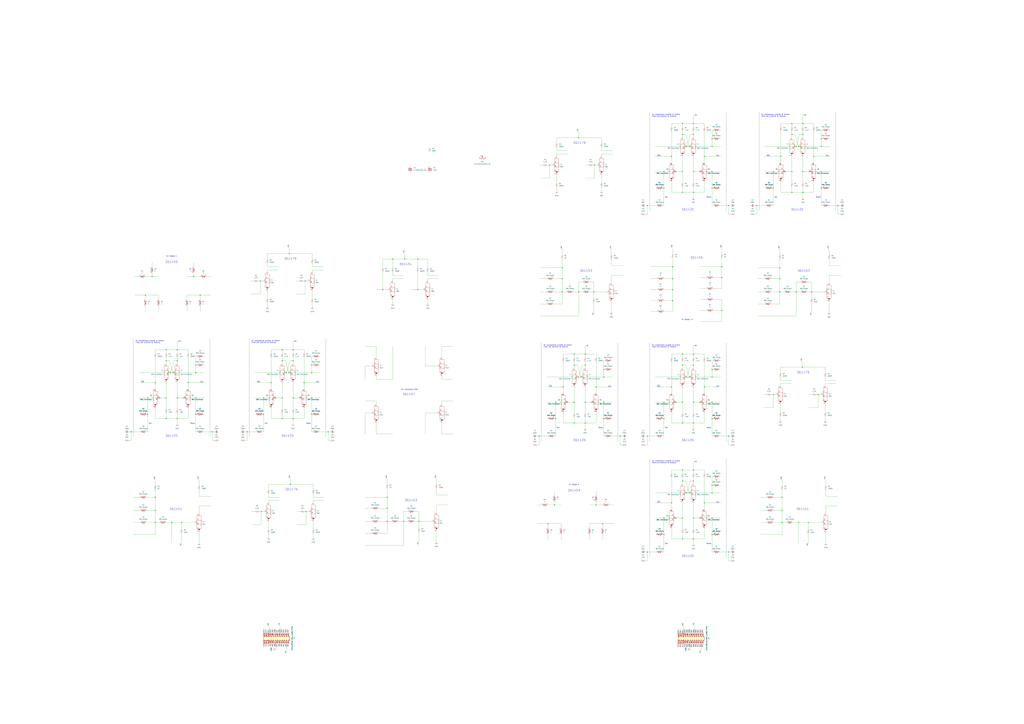
<source format=kicad_sch>
(kicad_sch (version 20211123) (generator eeschema)
  (paper "A0")
  (junction (at 792.48 199.39))
  (junction (at 205.74 419.1))
  (junction (at 199.39 607.06))
  (junction (at 792.48 156.21))
  (junction (at 193.04 462.28))
  (junction (at 779.78 584.2))
  (junction (at 792.48 491.49))
  (junction (at 792.48 601.98))
  (junction (at 306.07 462.28))
  (junction (at 180.34 444.5))
  (junction (at 908.05 607.06))
  (junction (at 643.89 586.74))
  (junction (at 679.45 467.36))
  (junction (at 838.2 322.58))
  (junction (at 812.8 199.39))
  (junction (at 485.14 300.99))
  (junction (at 927.1 170.18))
  (junction (at 972.82 238.76))
  (junction (at 449.58 605.79))
  (junction (at 953.77 161.29))
  (junction (at 671.83 160.02))
  (junction (at 468.63 605.79))
  (junction (at 911.86 199.39))
  (junction (at 792.48 467.36))
  (junction (at 792.48 143.51))
  (junction (at 924.56 339.09))
  (junction (at 927.1 607.06))
  (junction (at 908.05 577.85))
  (junction (at 805.18 424.18))
  (junction (at 232.41 342.9))
  (junction (at 826.77 218.44))
  (junction (at 805.18 143.51))
  (junction (at 340.36 406.4))
  (junction (at 826.77 438.15))
  (junction (at 659.13 467.36))
  (junction (at 931.545 426.72))
  (junction (at 779.78 449.58))
  (junction (at 327.66 419.1))
  (junction (at 805.18 491.49))
  (junction (at 180.34 607.06))
  (junction (at 638.175 191.77))
  (junction (at 652.78 323.85))
  (junction (at 671.83 339.09))
  (junction (at 826.77 601.98))
  (junction (at 838.2 309.88))
  (junction (at 953.77 199.39))
  (junction (at 218.44 444.4932))
  (junction (at 335.915 294.64))
  (junction (at 817.88 449.5732))
  (junction (at 812.8 467.36))
  (junction (at 800.1 572.77))
  (junction (at 347.98 462.28))
  (junction (at 784.86 467.36))
  (junction (at 652.78 339.09))
  (junction (at 666.75 424.18))
  (junction (at 792.48 424.18))
  (junction (at 800.1 438.15))
  (junction (at 636.27 608.33))
  (junction (at 361.95 481.33))
  (junction (at 826.77 429.26))
  (junction (at 320.04 462.28))
  (junction (at 699.77 608.33))
  (junction (at 176.53 321.31))
  (junction (at 645.16 486.41))
  (junction (at 905.51 311.15))
  (junction (at 246.38 501.65))
  (junction (at 908.05 593.09))
  (junction (at 924.56 170.18))
  (junction (at 645.16 467.36))
  (junction (at 303.53 594.36))
  (junction (at 198.12 433.07))
  (junction (at 205.74 462.28))
  (junction (at 354.33 326.39))
  (junction (at 826.77 467.36))
  (junction (at 692.15 586.74))
  (junction (at 932.18 223.52))
  (junction (at 770.89 218.44))
  (junction (at 897.89 218.44))
  (junction (at 679.45 491.49))
  (junction (at 792.48 411.48))
  (junction (at 486.41 605.79))
  (junction (at 449.58 590.55))
  (junction (at 845.82 506.73))
  (junction (at 797.56 438.15))
  (junction (at 770.89 621.03))
  (junction (at 817.88 181.6032))
  (junction (at 784.86 601.98))
  (junction (at 784.86 199.39))
  (junction (at 193.04 406.4))
  (junction (at 287.02 501.65))
  (junction (at 932.18 143.51))
  (junction (at 185.42 462.28))
  (junction (at 805.18 223.52))
  (junction (at 800.1 170.18))
  (junction (at 302.26 326.39))
  (junction (at 210.82 607.06))
  (junction (at 781.05 336.55))
  (junction (at 227.33 462.28))
  (junction (at 340.36 419.1))
  (junction (at 335.28 433.07))
  (junction (at 666.75 467.36))
  (junction (at 792.48 223.52))
  (junction (at 327.66 406.4))
  (junction (at 944.88 181.6032))
  (junction (at 306.07 481.33))
  (junction (at 826.77 161.29))
  (junction (at 205.74 406.4))
  (junction (at 845.82 641.35))
  (junction (at 826.77 621.03))
  (junction (at 671.83 438.15))
  (junction (at 919.48 143.51))
  (junction (at 939.8 199.39))
  (junction (at 227.33 433.07))
  (junction (at 905.51 339.09))
  (junction (at 340.36 462.28))
  (junction (at 340.36 486.41))
  (junction (at 361.95 433.07))
  (junction (at 720.09 506.73))
  (junction (at 751.84 641.35))
  (junction (at 679.45 411.48))
  (junction (at 805.18 626.11))
  (junction (at 919.48 156.21))
  (junction (at 792.48 558.8))
  (junction (at 792.48 626.11))
  (junction (at 361.95 462.28))
  (junction (at 897.89 199.39))
  (junction (at 751.84 238.76))
  (junction (at 953.77 218.44))
  (junction (at 690.245 191.77))
  (junction (at 826.77 199.39))
  (junction (at 838.2 360.68))
  (junction (at 938.53 607.06))
  (junction (at 701.04 429.26))
  (junction (at 919.48 223.52))
  (junction (at 932.18 199.39))
  (junction (at 224.79 321.31))
  (junction (at 805.18 558.8))
  (junction (at 227.33 481.33))
  (junction (at 779.78 181.61))
  (junction (at 805.18 601.98))
  (junction (at 674.37 438.15))
  (junction (at 381 501.65))
  (junction (at 792.48 546.1))
  (junction (at 770.89 199.39))
  (junction (at 485.14 336.55))
  (junction (at 781.05 349.25))
  (junction (at 171.45 462.28))
  (junction (at 701.04 467.36))
  (junction (at 692.15 449.5732))
  (junction (at 805.18 411.48))
  (junction (at 949.96 458.47))
  (junction (at 666.75 411.48))
  (junction (at 826.77 486.41))
  (junction (at 805.18 156.21))
  (junction (at 942.34 339.09))
  (junction (at 770.89 601.98))
  (junction (at 770.89 467.36))
  (junction (at 327.66 462.28))
  (junction (at 932.18 156.21))
  (junction (at 193.04 419.1))
  (junction (at 193.04 486.41))
  (junction (at 449.58 577.85))
  (junction (at 180.34 593.09))
  (junction (at 905.51 323.85))
  (junction (at 444.5 336.55))
  (junction (at 953.77 170.18))
  (junction (at 826.77 170.18))
  (junction (at 826.77 563.88))
  (junction (at 171.45 481.33))
  (junction (at 666.75 491.49))
  (junction (at 797.56 170.18))
  (junction (at 817.88 584.1932))
  (junction (at 355.6 594.36))
  (junction (at 227.33 424.18))
  (junction (at 781.05 309.88))
  (junction (at 897.89 458.47))
  (junction (at 781.05 323.85))
  (junction (at 168.91 342.9))
  (junction (at 455.93 300.99))
  (junction (at 701.04 438.15))
  (junction (at 805.18 199.39))
  (junction (at 826.77 572.77))
  (junction (at 805.18 467.36))
  (junction (at 353.06 444.4932))
  (junction (at 751.84 506.73))
  (junction (at 361.95 424.18))
  (junction (at 200.66 433.07))
  (junction (at 878.84 238.76))
  (junction (at 797.56 572.77))
  (junction (at 845.82 238.76))
  (junction (at 687.07 467.36))
  (junction (at 213.36 462.28))
  (junction (at 701.04 486.41))
  (junction (at 906.78 181.61))
  (junction (at 805.18 546.1))
  (junction (at 919.48 199.39))
  (junction (at 469.9 300.99))
  (junction (at 679.45 424.18))
  (junction (at 770.89 486.41))
  (junction (at 812.8 601.98))
  (junction (at 626.11 506.73))
  (junction (at 314.96 444.5))
  (junction (at 152.4 501.65))
  (junction (at 332.74 433.07))
  (junction (at 652.78 311.15))
  (junction (at 327.66 486.41))
  (junction (at 337.185 562.61))
  (junction (at 180.34 577.85))
  (junction (at 654.05 449.58))
  (junction (at 205.74 486.41))
  (junction (at 689.61 339.09))
  (wire (pts (xy 908.05 593.09) (xy 897.89 593.09)))
  (wire (pts (xy 652.78 289.56) (xy 652.78 295.91)))
  (wire (pts (xy 906.145 469.9) (xy 906.145 478.79)))
  (wire (pts (xy 792.48 411.48) (xy 792.48 415.29)))
  (wire (pts (xy 805.18 601.98) (xy 805.18 614.68)))
  (wire (pts (xy 486.41 605.79) (xy 486.41 594.36)))
  (wire (pts (xy 218.44 444.4932) (xy 237.49 444.4932)))
  (wire (pts (xy 906.145 438.15) (xy 906.145 441.96)))
  (wire (pts (xy 306.07 481.33) (xy 304.8 481.33)))
  (wire (pts (xy 161.29 433.07) (xy 198.12 433.07)))
  (wire (pts (xy 231.14 576.58) (xy 245.11 576.58)))
  (wire (pts (xy 227.33 462.28) (xy 227.33 481.33)))
  (wire (pts (xy 812.8 322.58) (xy 820.42 322.58)))
  (wire (pts (xy 671.83 367.03) (xy 627.38 367.03)))
  (wire (pts (xy 779.78 626.11) (xy 779.78 613.41)))
  (wire (pts (xy 792.48 467.36) (xy 792.48 480.06)))
  (wire (pts (xy 361.95 462.28) (xy 372.11 462.28)))
  (wire (pts (xy 835.66 151.13) (xy 836.93 151.13)))
  (wire (pts (xy 314.96 486.41) (xy 314.96 473.71)))
  (wire (pts (xy 193.04 419.1) (xy 193.04 422.91)))
  (wire (pts (xy 932.18 152.4) (xy 932.18 156.21)))
  (wire (pts (xy 666.75 411.48) (xy 679.45 411.48)))
  (wire (pts (xy 897.89 238.76) (xy 896.62 238.76)))
  (wire (pts (xy 792.48 424.18) (xy 796.29 424.18)))
  (wire (pts (xy 671.83 327.66) (xy 671.83 339.09)))
  (wire (pts (xy 880.11 353.06) (xy 887.73 353.06)))
  (wire (pts (xy 284.48 511.81) (xy 287.02 511.81)))
  (wire (pts (xy 784.86 601.98) (xy 792.48 601.98)))
  (wire (pts (xy 770.89 621.03) (xy 770.89 641.35)))
  (wire (pts (xy 838.2 288.29) (xy 838.2 294.64)))
  (wire (pts (xy 311.785 577.85) (xy 324.485 577.85)))
  (wire (pts (xy 193.04 406.4) (xy 193.04 410.21)))
  (wire (pts (xy 635 467.36) (xy 645.16 467.36)))
  (wire (pts (xy 513.08 469.9) (xy 513.08 466.09)))
  (wire (pts (xy 805.18 152.4) (xy 805.18 156.21)))
  (wire (pts (xy 897.89 473.71) (xy 897.89 458.47)))
  (wire (pts (xy 361.95 433.07) (xy 372.11 433.07)))
  (wire (pts (xy 958.85 588.01) (xy 972.82 588.01)))
  (wire (pts (xy 481.33 605.79) (xy 486.41 605.79)))
  (wire (pts (xy 779.78 152.4) (xy 779.78 181.61)))
  (wire (pts (xy 817.88 210.82) (xy 817.88 223.52)))
  (wire (pts (xy 654.05 420.37) (xy 654.05 449.58)))
  (wire (pts (xy 927.1 631.19) (xy 927.1 607.06)))
  (wire (pts (xy 779.78 143.51) (xy 792.48 143.51)))
  (wire (pts (xy 805.18 223.52) (xy 805.18 229.87)))
  (wire (pts (xy 779.78 181.61) (xy 779.78 189.23)))
  (wire (pts (xy 199.39 607.06) (xy 210.82 607.06)))
  (wire (pts (xy 370.84 424.18) (xy 372.11 424.18)))
  (wire (pts (xy 436.88 336.55) (xy 444.5 336.55)))
  (wire (pts (xy 701.04 486.41) (xy 702.31 486.41)))
  (wire (pts (xy 455.93 323.85) (xy 468.63 323.85)))
  (wire (pts (xy 792.48 424.18) (xy 792.48 427.99)))
  (wire (pts (xy 848.36 248.92) (xy 845.82 248.92)))
  (wire (pts (xy 828.04 335.28) (xy 838.2 335.28)))
  (wire (pts (xy 335.28 433.07) (xy 361.95 433.07)))
  (wire (pts (xy 751.84 238.76) (xy 749.3 238.76)))
  (polyline (pts (xy 154.94 393.7) (xy 154.94 508)))
  (wire (pts (xy 817.88 411.48) (xy 817.88 415.29)))
  (wire (pts (xy 311.785 581.66) (xy 324.485 581.66)))
  (wire (pts (xy 436.88 504.19) (xy 455.93 504.19)))
  (wire (pts (xy 335.915 288.29) (xy 335.915 294.64)))
  (wire (pts (xy 310.515 313.69) (xy 323.215 313.69)))
  (wire (pts (xy 800.1 438.15) (xy 826.77 438.15)))
  (wire (pts (xy 770.89 199.39) (xy 770.89 218.44)))
  (wire (pts (xy 887.73 170.18) (xy 924.56 170.18)))
  (wire (pts (xy 760.73 181.61) (xy 779.78 181.61)))
  (wire (pts (xy 919.48 199.39) (xy 919.48 212.09)))
  (wire (pts (xy 845.82 506.73) (xy 848.36 506.73)))
  (wire (pts (xy 469.9 294.64) (xy 469.9 300.99)))
  (wire (pts (xy 796.29 558.8) (xy 800.1 572.77)))
  (wire (pts (xy 755.65 349.25) (xy 763.27 349.25)))
  (wire (pts (xy 645.16 467.36) (xy 645.16 486.41)))
  (wire (pts (xy 882.65 577.85) (xy 890.27 577.85)))
  (wire (pts (xy 436.88 402.59) (xy 424.18 402.59)))
  (wire (pts (xy 205.74 486.41) (xy 193.04 486.41)))
  (wire (pts (xy 152.4 501.65) (xy 162.56 501.65)))
  (wire (pts (xy 817.88 181.6032) (xy 817.88 189.23)))
  (wire (pts (xy 218.44 406.4) (xy 218.44 410.21)))
  (wire (pts (xy 709.93 429.26) (xy 711.2 429.26)))
  (wire (pts (xy 792.48 152.4) (xy 792.48 156.21)))
  (wire (pts (xy 666.75 467.36) (xy 666.75 449.58)))
  (wire (pts (xy 698.5 160.02) (xy 698.5 166.37)))
  (wire (pts (xy 362.585 316.23) (xy 362.585 313.69)))
  (wire (pts (xy 938.53 619.76) (xy 938.53 631.19)))
  (wire (pts (xy 218.44 444.4932) (xy 218.44 452.12)))
  (wire (pts (xy 320.04 748.03) (xy 320.04 754.38)))
  (wire (pts (xy 627.38 323.85) (xy 635 323.85)))
  (wire (pts (xy 701.04 506.73) (xy 702.31 506.73)))
  (wire (pts (xy 232.41 342.9) (xy 217.17 342.9)))
  (wire (pts (xy 506.73 575.31) (xy 520.7 575.31)))
  (wire (pts (xy 692.15 586.74) (xy 684.53 586.74)))
  (wire (pts (xy 424.18 480.06) (xy 431.8 480.06)))
  (wire (pts (xy 826.77 218.44) (xy 828.04 218.44)))
  (wire (pts (xy 801.37 748.03) (xy 801.37 754.38)))
  (wire (pts (xy 897.89 218.44) (xy 896.62 218.44)))
  (wire (pts (xy 828.04 360.68) (xy 838.2 360.68)))
  (wire (pts (xy 679.45 467.36) (xy 679.45 480.06)))
  (wire (pts (xy 352.425 326.39) (xy 354.33 326.39)))
  (wire (pts (xy 636.27 608.33) (xy 651.51 608.33)))
  (wire (pts (xy 792.48 558.8) (xy 792.48 562.61)))
  (wire (pts (xy 311.785 574.04) (xy 311.785 577.85)))
  (wire (pts (xy 699.77 608.33) (xy 684.53 608.33)))
  (wire (pts (xy 908.05 577.85) (xy 897.89 577.85)))
  (wire (pts (xy 805.18 424.18) (xy 805.18 427.99)))
  (wire (pts (xy 692.15 491.49) (xy 679.45 491.49)))
  (wire (pts (xy 335.915 294.64) (xy 362.585 294.64)))
  (polyline (pts (xy 628.65 398.78) (xy 628.65 513.08)))
  (polyline (pts (xy 378.46 393.7) (xy 378.46 508)))
  (wire (pts (xy 496.57 300.99) (xy 496.57 311.15)))
  (wire (pts (xy 180.34 577.85) (xy 180.34 593.09)))
  (wire (pts (xy 300.99 594.36) (xy 303.53 594.36)))
  (wire (pts (xy 942.34 339.09) (xy 957.58 339.09)))
  (wire (pts (xy 779.78 411.48) (xy 779.78 415.29)))
  (wire (pts (xy 845.82 516.89) (xy 845.82 506.73)))
  (wire (pts (xy 205.74 397.51) (xy 205.74 406.4)))
  (wire (pts (xy 812.8 199.39) (xy 826.77 199.39)))
  (wire (pts (xy 343.535 326.39) (xy 347.345 326.39)))
  (wire (pts (xy 701.04 467.36) (xy 711.2 467.36)))
  (wire (pts (xy 817.88 223.52) (xy 805.18 223.52)))
  (wire (pts (xy 924.56 339.09) (xy 924.56 367.03)))
  (wire (pts (xy 826.77 621.03) (xy 826.77 641.35)))
  (wire (pts (xy 679.45 491.49) (xy 679.45 497.84)))
  (wire (pts (xy 701.04 429.26) (xy 701.04 438.15)))
  (wire (pts (xy 923.29 156.21) (xy 927.1 170.18)))
  (wire (pts (xy 812.8 347.98) (xy 820.42 347.98)))
  (wire (pts (xy 826.77 438.15) (xy 836.93 438.15)))
  (wire (pts (xy 826.77 621.03) (xy 828.04 621.03)))
  (wire (pts (xy 327.66 486.41) (xy 314.96 486.41)))
  (wire (pts (xy 880.11 323.85) (xy 887.73 323.85)))
  (wire (pts (xy 805.18 626.11) (xy 792.48 626.11)))
  (wire (pts (xy 468.63 594.36) (xy 468.63 605.79)))
  (wire (pts (xy 196.85 419.1) (xy 200.66 433.07)))
  (wire (pts (xy 513.08 415.29) (xy 513.08 402.59)))
  (wire (pts (xy 327.66 419.1) (xy 327.66 422.91)))
  (wire (pts (xy 779.78 554.99) (xy 779.78 584.2)))
  (wire (pts (xy 701.04 419.1) (xy 701.04 429.26)))
  (wire (pts (xy 770.89 238.76) (xy 769.62 238.76)))
  (wire (pts (xy 449.58 619.76) (xy 449.58 605.79)))
  (wire (pts (xy 698.5 175.26) (xy 711.2 175.26)))
  (wire (pts (xy 344.805 594.36) (xy 348.615 594.36)))
  (wire (pts (xy 751.84 506.73) (xy 749.3 506.73)))
  (wire (pts (xy 311.785 562.61) (xy 337.185 562.61)))
  (wire (pts (xy 908.05 593.09) (xy 908.05 607.06)))
  (wire (pts (xy 362.585 351.79) (xy 362.585 356.87)))
  (wire (pts (xy 347.98 462.28) (xy 361.95 462.28)))
  (wire (pts (xy 193.04 480.06) (xy 193.04 486.41)))
  (wire (pts (xy 381 501.65) (xy 383.54 501.65)))
  (wire (pts (xy 303.53 594.36) (xy 306.705 594.36)))
  (wire (pts (xy 958.215 441.96) (xy 970.915 441.96)))
  (wire (pts (xy 362.585 337.82) (xy 362.585 346.71)))
  (wire (pts (xy 455.93 347.98) (xy 455.93 353.06)))
  (wire (pts (xy 193.04 486.41) (xy 180.34 486.41)))
  (wire (pts (xy 180.34 593.09) (xy 180.34 607.06)))
  (wire (pts (xy 770.89 467.36) (xy 770.89 486.41)))
  (wire (pts (xy 449.58 567.69) (xy 449.58 577.85)))
  (wire (pts (xy 513.08 466.09) (xy 525.78 466.09)))
  (wire (pts (xy 224.79 317.5) (xy 224.79 321.31)))
  (wire (pts (xy 817.88 143.51) (xy 817.88 147.32)))
  (wire (pts (xy 784.86 467.36) (xy 792.48 467.36)))
  (wire (pts (xy 227.33 414.02) (xy 228.6 414.02)))
  (wire (pts (xy 826.77 641.35) (xy 828.04 641.35)))
  (wire (pts (xy 340.36 419.1) (xy 340.36 422.91)))
  (wire (pts (xy 928.37 156.21) (xy 924.56 170.18)))
  (wire (pts (xy 227.33 433.07) (xy 237.49 433.07)))
  (wire (pts (xy 231.14 588.01) (xy 245.11 588.01)))
  (wire (pts (xy 962.66 289.56) (xy 962.66 295.91)))
  (wire (pts (xy 897.89 199.39) (xy 897.89 218.44)))
  (wire (pts (xy 370.84 414.02) (xy 372.11 414.02)))
  (wire (pts (xy 468.63 605.79) (xy 468.63 633.73)))
  (wire (pts (xy 919.48 223.52) (xy 906.78 223.52)))
  (wire (pts (xy 353.695 594.36) (xy 355.6 594.36)))
  (wire (pts (xy 193.04 462.28) (xy 193.04 474.98)))
  (wire (pts (xy 287.02 511.81) (xy 287.02 501.65)))
  (wire (pts (xy 953.77 218.44) (xy 955.04 218.44)))
  (wire (pts (xy 679.45 411.48) (xy 679.45 415.29)))
  (wire (pts (xy 227.33 424.18) (xy 228.6 424.18)))
  (wire (pts (xy 835.66 429.26) (xy 836.93 429.26)))
  (wire (pts (xy 205.74 406.4) (xy 218.44 406.4)))
  (wire (pts (xy 485.14 300.99) (xy 485.14 311.15)))
  (wire (pts (xy 781.05 309.88) (xy 781.05 299.72)))
  (wire (pts (xy 792.48 626.11) (xy 779.78 626.11)))
  (wire (pts (xy 292.1 594.36) (xy 295.91 594.36)))
  (wire (pts (xy 171.45 481.33) (xy 171.45 501.65)))
  (wire (pts (xy 431.8 425.45) (xy 424.18 425.45)))
  (wire (pts (xy 363.855 577.85) (xy 376.555 577.85)))
  (wire (pts (xy 805.18 156.21) (xy 801.37 156.21)))
  (wire (pts (xy 290.83 326.39) (xy 294.64 326.39)))
  (wire (pts (xy 652.78 353.06) (xy 652.78 339.09)))
  (wire (pts (xy 770.89 467.36) (xy 784.86 467.36)))
  (polyline (pts (xy 243.84 393.7) (xy 243.84 508)))
  (wire (pts (xy 698.5 179.07) (xy 711.2 179.07)))
  (wire (pts (xy 496.57 316.23) (xy 496.57 320.04)))
  (wire (pts (xy 812.8 373.38) (xy 838.2 373.38)))
  (polyline (pts (xy 843.28 398.78) (xy 843.28 513.08)))
  (wire (pts (xy 975.36 248.92) (xy 972.82 248.92)))
  (wire (pts (xy 770.89 621.03) (xy 769.62 621.03)))
  (wire (pts (xy 826.77 486.41) (xy 826.77 506.73)))
  (wire (pts (xy 698.5 171.45) (xy 698.5 175.26)))
  (wire (pts (xy 919.48 152.4) (xy 919.48 156.21)))
  (wire (pts (xy 919.48 143.51) (xy 932.18 143.51)))
  (wire (pts (xy 306.07 481.33) (xy 306.07 501.65)))
  (wire (pts (xy 675.64 424.18) (xy 671.83 438.15)))
  (wire (pts (xy 906.78 143.51) (xy 919.48 143.51)))
  (wire (pts (xy 654.05 411.48) (xy 654.05 415.29)))
  (wire (pts (xy 152.4 511.81) (xy 152.4 501.65)))
  (wire (pts (xy 327.66 406.4) (xy 327.66 410.21)))
  (wire (pts (xy 666.75 420.37) (xy 666.75 424.18)))
  (wire (pts (xy 805.18 134.62) (xy 805.18 143.51)))
  (wire (pts (xy 176.53 321.31) (xy 184.15 321.31)))
  (wire (pts (xy 792.48 619.76) (xy 792.48 626.11)))
  (wire (pts (xy 340.36 419.1) (xy 336.55 419.1)))
  (wire (pts (xy 927.1 170.18) (xy 953.77 170.18)))
  (wire (pts (xy 645.16 486.41) (xy 645.16 506.73)))
  (wire (pts (xy 205.74 444.5) (xy 205.74 462.28)))
  (wire (pts (xy 932.18 223.52) (xy 932.18 229.87)))
  (wire (pts (xy 689.61 339.09) (xy 704.85 339.09)))
  (wire (pts (xy 227.33 462.28) (xy 237.49 462.28)))
  (wire (pts (xy 180.34 557.53) (xy 180.34 563.88)))
  (wire (pts (xy 805.18 199.39) (xy 812.8 199.39)))
  (wire (pts (xy 781.05 323.85) (xy 781.05 336.55)))
  (wire (pts (xy 937.26 339.09) (xy 942.34 339.09)))
  (wire (pts (xy 154.94 621.03) (xy 180.34 621.03)))
  (polyline (pts (xy 289.56 393.7) (xy 289.56 508)))
  (wire (pts (xy 200.66 433.07) (xy 227.33 433.07)))
  (wire (pts (xy 835.66 563.88) (xy 836.93 563.88)))
  (wire (pts (xy 688.34 191.77) (xy 690.245 191.77)))
  (wire (pts (xy 906.78 143.51) (xy 906.78 147.32)))
  (wire (pts (xy 636.27 586.74) (xy 643.89 586.74)))
  (wire (pts (xy 838.2 347.98) (xy 838.2 360.68)))
  (wire (pts (xy 506.73 556.26) (xy 506.73 562.61)))
  (wire (pts (xy 812.8 335.28) (xy 820.42 335.28)))
  (wire (pts (xy 340.36 486.41) (xy 340.36 492.76)))
  (wire (pts (xy 924.56 327.66) (xy 924.56 339.09)))
  (wire (pts (xy 154.94 593.09) (xy 162.56 593.09)))
  (wire (pts (xy 779.78 223.52) (xy 779.78 210.82)))
  (wire (pts (xy 652.78 323.85) (xy 642.62 323.85)))
  (wire (pts (xy 306.07 462.28) (xy 320.04 462.28)))
  (wire (pts (xy 325.12 727.71) (xy 325.12 735.33)))
  (wire (pts (xy 805.18 485.14) (xy 805.18 491.49)))
  (wire (pts (xy 232.41 355.6) (xy 232.41 361.95)))
  (wire (pts (xy 231.14 557.53) (xy 231.14 563.88)))
  (wire (pts (xy 905.51 311.15) (xy 905.51 323.85)))
  (wire (pts (xy 927.1 607.06) (xy 938.53 607.06)))
  (wire (pts (xy 246.38 511.81) (xy 246.38 501.65)))
  (wire (pts (xy 332.74 748.03) (xy 332.74 755.65)))
  (wire (pts (xy 627.38 207.01) (xy 638.175 207.01)))
  (wire (pts (xy 361.95 414.02) (xy 361.95 424.18)))
  (wire (pts (xy 436.88 440.69) (xy 455.93 440.69)))
  (wire (pts (xy 340.36 480.06) (xy 340.36 486.41)))
  (wire (pts (xy 310.515 356.87) (xy 310.515 351.79)))
  (wire (pts (xy 679.45 402.59) (xy 679.45 411.48)))
  (wire (pts (xy 826.77 218.44) (xy 826.77 238.76)))
  (wire (pts (xy 424.18 590.55) (xy 431.8 590.55)))
  (wire (pts (xy 826.77 151.13) (xy 826.77 161.29)))
  (wire (pts (xy 343.535 341.63) (xy 354.33 341.63)))
  (wire (pts (xy 817.88 478.79) (xy 817.88 491.49)))
  (wire (pts (xy 897.89 458.47) (xy 901.065 458.47)))
  (wire (pts (xy 826.77 467.36) (xy 836.93 467.36)))
  (wire (pts (xy 205.74 486.41) (xy 205.74 492.76)))
  (wire (pts (xy 944.88 210.82) (xy 944.88 223.52)))
  (wire (pts (xy 354.33 341.63) (xy 354.33 326.39)))
  (wire (pts (xy 906.78 223.52) (xy 906.78 210.82)))
  (wire (pts (xy 193.04 462.28) (xy 193.04 444.5)))
  (wire (pts (xy 953.77 199.39) (xy 963.93 199.39)))
  (wire (pts (xy 817.88 546.1) (xy 817.88 549.91)))
  (wire (pts (xy 674.37 438.15) (xy 701.04 438.15)))
  (wire (pts (xy 444.5 336.55) (xy 450.85 336.55)))
  (wire (pts (xy 805.18 546.1) (xy 805.18 549.91)))
  (wire (pts (xy 623.57 516.89) (xy 626.11 516.89)))
  (wire (pts (xy 635.635 191.77) (xy 638.175 191.77)))
  (wire (pts (xy 770.89 641.35) (xy 769.62 641.35)))
  (wire (pts (xy 227.33 481.33) (xy 228.6 481.33)))
  (wire (pts (xy 905.51 339.09) (xy 910.59 339.09)))
  (wire (pts (xy 236.22 414.02) (xy 237.49 414.02)))
  (wire (pts (xy 932.18 156.21) (xy 928.37 156.21)))
  (wire (pts (xy 805.18 554.99) (xy 805.18 558.8)))
  (wire (pts (xy 444.5 311.15) (xy 444.5 300.99)))
  (wire (pts (xy 826.77 161.29) (xy 826.77 170.18)))
  (wire (pts (xy 709.93 300.99) (xy 709.93 308.61)))
  (wire (pts (xy 792.48 467.36) (xy 792.48 449.58)))
  (wire (pts (xy 627.38 353.06) (xy 635 353.06)))
  (wire (pts (xy 826.77 419.1) (xy 826.77 429.26)))
  (wire (pts (xy 838.2 309.88) (xy 838.2 299.72)))
  (wire (pts (xy 760.73 584.2) (xy 779.78 584.2)))
  (wire (pts (xy 361.95 424.18) (xy 361.95 433.07)))
  (wire (pts (xy 958.215 438.15) (xy 958.215 441.96)))
  (wire (pts (xy 698.5 203.2) (xy 698.5 212.09)))
  (wire (pts (xy 835.66 506.73) (xy 845.82 506.73)))
  (wire (pts (xy 193.04 607.06) (xy 199.39 607.06)))
  (wire (pts (xy 231.14 568.96) (xy 231.14 576.58)))
  (wire (pts (xy 468.63 633.73) (xy 424.18 633.73)))
  (wire (pts (xy 363.855 605.79) (xy 363.855 614.68)))
  (polyline (pts (xy 970.28 130.81) (xy 970.28 245.11)))
  (wire (pts (xy 779.78 584.2) (xy 779.78 591.82)))
  (wire (pts (xy 436.88 466.09) (xy 436.88 469.9)))
  (wire (pts (xy 828.04 347.98) (xy 838.2 347.98)))
  (wire (pts (xy 449.58 577.85) (xy 449.58 590.55)))
  (wire (pts (xy 908.05 568.96) (xy 908.05 577.85)))
  (wire (pts (xy 698.5 181.61) (xy 698.5 179.07)))
  (wire (pts (xy 699.77 586.74) (xy 692.15 586.74)))
  (wire (pts (xy 666.75 467.36) (xy 666.75 480.06)))
  (wire (pts (xy 932.18 181.61) (xy 932.18 199.39)))
  (wire (pts (xy 953.77 238.76) (xy 955.04 238.76)))
  (wire (pts (xy 805.18 491.49) (xy 792.48 491.49)))
  (wire (pts (xy 436.88 415.29) (xy 436.88 402.59)))
  (wire (pts (xy 779.78 449.58) (xy 779.78 457.2)))
  (wire (pts (xy 652.78 300.99) (xy 652.78 311.15)))
  (wire (pts (xy 180.34 568.96) (xy 180.34 577.85)))
  (wire (pts (xy 792.48 601.98) (xy 792.48 614.68)))
  (wire (pts (xy 919.48 217.17) (xy 919.48 223.52)))
  (wire (pts (xy 363.855 581.66) (xy 376.555 581.66)))
  (wire (pts (xy 176.53 317.5) (xy 176.53 321.31)))
  (wire (pts (xy 878.84 248.92) (xy 878.84 238.76)))
  (wire (pts (xy 444.5 300.99) (xy 455.93 300.99)))
  (wire (pts (xy 770.89 486.41) (xy 769.62 486.41)))
  (wire (pts (xy 654.05 411.48) (xy 666.75 411.48)))
  (wire (pts (xy 882.65 593.09) (xy 890.27 593.09)))
  (wire (pts (xy 327.66 406.4) (xy 340.36 406.4)))
  (wire (pts (xy 171.45 462.28) (xy 171.45 481.33)))
  (wire (pts (xy 643.89 570.23) (xy 643.89 575.31)))
  (wire (pts (xy 692.15 420.37) (xy 692.15 449.5732)))
  (wire (pts (xy 299.72 326.39) (xy 302.26 326.39)))
  (wire (pts (xy 154.94 607.06) (xy 162.56 607.06)))
  (wire (pts (xy 770.89 199.39) (xy 784.86 199.39)))
  (wire (pts (xy 924.56 367.03) (xy 880.11 367.03)))
  (wire (pts (xy 895.35 353.06) (xy 905.51 353.06)))
  (wire (pts (xy 213.36 462.28) (xy 227.33 462.28)))
  (wire (pts (xy 424.18 425.45) (xy 424.18 440.69)))
  (wire (pts (xy 826.77 151.13) (xy 828.04 151.13)))
  (wire (pts (xy 953.77 199.39) (xy 953.77 218.44)))
  (wire (pts (xy 353.06 486.41) (xy 340.36 486.41)))
  (wire (pts (xy 932.18 199.39) (xy 932.18 212.09)))
  (polyline (pts (xy 754.38 130.81) (xy 754.38 245.11)))
  (wire (pts (xy 449.58 556.26) (xy 449.58 562.61)))
  (wire (pts (xy 755.65 323.85) (xy 763.27 323.85)))
  (wire (pts (xy 513.08 440.69) (xy 525.78 440.69)))
  (wire (pts (xy 838.2 335.28) (xy 838.2 322.58)))
  (wire (pts (xy 361.95 501.65) (xy 363.22 501.65)))
  (wire (pts (xy 949.96 458.47) (xy 953.135 458.47)))
  (wire (pts (xy 184.15 347.98) (xy 184.15 342.9)))
  (wire (pts (xy 781.05 349.25) (xy 781.05 361.95)))
  (wire (pts (xy 826.77 506.73) (xy 828.04 506.73)))
  (wire (pts (xy 942.34 351.79) (xy 942.34 363.22)))
  (wire (pts (xy 245.11 342.9) (xy 232.41 342.9)))
  (wire (pts (xy 306.07 462.28) (xy 306.07 481.33)))
  (wire (pts (xy 652.78 323.85) (xy 652.78 339.09)))
  (wire (pts (xy 770.89 336.55) (xy 781.05 336.55)))
  (wire (pts (xy 168.91 321.31) (xy 176.53 321.31)))
  (wire (pts (xy 310.515 337.82) (xy 310.515 346.71)))
  (wire (pts (xy 180.34 406.4) (xy 193.04 406.4)))
  (wire (pts (xy 449.58 605.79) (xy 439.42 605.79)))
  (wire (pts (xy 805.18 411.48) (xy 817.88 411.48)))
  (wire (pts (xy 932.18 217.17) (xy 932.18 223.52)))
  (wire (pts (xy 906.78 152.4) (xy 906.78 181.61)))
  (wire (pts (xy 958.215 469.9) (xy 958.215 478.79)))
  (wire (pts (xy 932.18 156.21) (xy 932.18 160.02)))
  (wire (pts (xy 205.74 415.29) (xy 205.74 419.1)))
  (wire (pts (xy 699.77 608.33) (xy 699.77 613.41)))
  (wire (pts (xy 199.39 631.19) (xy 199.39 607.06)))
  (wire (pts (xy 684.53 621.03) (xy 684.53 627.38)))
  (wire (pts (xy 327.66 419.1) (xy 331.47 419.1)))
  (wire (pts (xy 370.84 501.65) (xy 381 501.65)))
  (wire (pts (xy 236.22 501.65) (xy 246.38 501.65)))
  (wire (pts (xy 805.18 584.2) (xy 805.18 601.98)))
  (wire (pts (xy 882.65 607.06) (xy 890.27 607.06)))
  (wire (pts (xy 171.45 462.28) (xy 185.42 462.28)))
  (wire (pts (xy 953.77 218.44) (xy 953.77 238.76)))
  (wire (pts (xy 361.95 424.18) (xy 363.22 424.18)))
  (wire (pts (xy 962.66 238.76) (xy 972.82 238.76)))
  (wire (pts (xy 792.48 554.99) (xy 792.48 558.8)))
  (wire (pts (xy 424.18 577.85) (xy 449.58 577.85)))
  (wire (pts (xy 327.66 480.06) (xy 327.66 486.41)))
  (wire (pts (xy 848.36 651.51) (xy 845.82 651.51)))
  (wire (pts (xy 496.57 347.98) (xy 496.57 353.06)))
  (wire (pts (xy 646.43 181.61) (xy 646.43 179.07)))
  (wire (pts (xy 295.91 462.28) (xy 306.07 462.28)))
  (wire (pts (xy 645.16 506.73) (xy 643.89 506.73)))
  (wire (pts (xy 337.185 562.61) (xy 363.855 562.61)))
  (polyline (pts (xy 843.28 533.4) (xy 843.28 647.7)))
  (wire (pts (xy 659.13 467.36) (xy 666.75 467.36)))
  (wire (pts (xy 897.89 199.39) (xy 911.86 199.39)))
  (wire (pts (xy 962.66 308.61) (xy 976.63 308.61)))
  (wire (pts (xy 424.18 504.19) (xy 424.18 480.06)))
  (wire (pts (xy 805.18 424.18) (xy 801.37 424.18)))
  (wire (pts (xy 887.095 473.71) (xy 897.89 473.71)))
  (wire (pts (xy 938.53 607.06) (xy 938.53 614.68)))
  (wire (pts (xy 805.18 420.37) (xy 805.18 424.18)))
  (wire (pts (xy 942.34 339.09) (xy 942.34 327.66)))
  (wire (pts (xy 845.82 641.35) (xy 848.36 641.35)))
  (wire (pts (xy 645.16 486.41) (xy 643.89 486.41)))
  (wire (pts (xy 908.05 557.53) (xy 908.05 563.88)))
  (wire (pts (xy 646.43 203.2) (xy 646.43 212.09)))
  (wire (pts (xy 826.77 563.88) (xy 826.77 572.77)))
  (wire (pts (xy 646.43 175.26) (xy 659.13 175.26)))
  (wire (pts (xy 880.11 339.09) (xy 887.73 339.09)))
  (wire (pts (xy 494.03 480.06) (xy 494.03 504.19)))
  (wire (pts (xy 792.48 546.1) (xy 805.18 546.1)))
  (wire (pts (xy 887.73 181.61) (xy 906.78 181.61)))
  (wire (pts (xy 643.89 582.93) (xy 643.89 586.74)))
  (wire (pts (xy 835.66 553.72) (xy 836.93 553.72)))
  (wire (pts (xy 944.88 152.4) (xy 944.88 181.6032)))
  (wire (pts (xy 168.91 342.9) (xy 184.15 342.9)))
  (wire (pts (xy 684.53 613.41) (xy 684.53 608.33)))
  (wire (pts (xy 473.71 594.36) (xy 468.63 594.36)))
  (wire (pts (xy 513.08 491.49) (xy 513.08 504.19)))
  (wire (pts (xy 354.33 326.39) (xy 357.505 326.39)))
  (wire (pts (xy 781.05 309.88) (xy 781.05 323.85)))
  (wire (pts (xy 760.73 601.98) (xy 770.89 601.98)))
  (wire (pts (xy 210.82 607.06) (xy 226.06 607.06)))
  (wire (pts (xy 897.89 607.06) (xy 908.05 607.06)))
  (wire (pts (xy 314.96 415.29) (xy 314.96 444.5)))
  (wire (pts (xy 205.74 419.1) (xy 201.93 419.1)))
  (wire (pts (xy 906.145 426.72) (xy 931.545 426.72)))
  (wire (pts (xy 626.11 506.73) (xy 636.27 506.73)))
  (polyline (pts (xy 717.55 398.78) (xy 717.55 513.08)))
  (wire (pts (xy 168.91 355.6) (xy 168.91 361.95)))
  (wire (pts (xy 690.245 191.77) (xy 693.42 191.77)))
  (wire (pts (xy 805.18 537.21) (xy 805.18 546.1)))
  (wire (pts (xy 689.61 327.66) (xy 684.53 327.66)))
  (wire (pts (xy 240.03 321.31) (xy 245.11 321.31)))
  (wire (pts (xy 156.21 342.9) (xy 168.91 342.9)))
  (wire (pts (xy 760.73 199.39) (xy 770.89 199.39)))
  (wire (pts (xy 623.57 586.74) (xy 628.65 586.74)))
  (wire (pts (xy 835.66 161.29) (xy 836.93 161.29)))
  (wire (pts (xy 792.48 546.1) (xy 792.48 549.91)))
  (wire (pts (xy 709.93 289.56) (xy 709.93 295.91)))
  (wire (pts (xy 626.745 191.77) (xy 630.555 191.77)))
  (wire (pts (xy 642.62 353.06) (xy 652.78 353.06)))
  (wire (pts (xy 770.89 601.98) (xy 784.86 601.98)))
  (wire (pts (xy 152.4 501.65) (xy 149.86 501.65)))
  (wire (pts (xy 939.8 199.39) (xy 953.77 199.39)))
  (wire (pts (xy 638.175 207.01) (xy 638.175 191.77)))
  (wire (pts (xy 958.215 448.31) (xy 958.215 445.77)))
  (wire (pts (xy 919.48 156.21) (xy 923.29 156.21)))
  (wire (pts (xy 311.785 605.79) (xy 311.785 614.68)))
  (wire (pts (xy 805.18 626.11) (xy 805.18 632.46)))
  (wire (pts (xy 939.165 458.47) (xy 942.975 458.47)))
  (wire (pts (xy 486.41 618.49) (xy 486.41 629.92)))
  (wire (pts (xy 692.15 570.23) (xy 692.15 575.31)))
  (wire (pts (xy 779.78 420.37) (xy 779.78 449.58)))
  (wire (pts (xy 770.89 506.73) (xy 769.62 506.73)))
  (wire (pts (xy 751.84 651.51) (xy 751.84 641.35)))
  (wire (pts (xy 792.48 485.14) (xy 792.48 491.49)))
  (wire (pts (xy 701.04 429.26) (xy 702.31 429.26)))
  (wire (pts (xy 635 449.58) (xy 654.05 449.58)))
  (wire (pts (xy 720.09 516.89) (xy 720.09 506.73)))
  (wire (pts (xy 210.82 619.76) (xy 210.82 631.19)))
  (wire (pts (xy 770.89 218.44) (xy 769.62 218.44)))
  (wire (pts (xy 361.95 462.28) (xy 361.95 481.33)))
  (wire (pts (xy 180.34 577.85) (xy 170.18 577.85)))
  (wire (pts (xy 817.88 449.5732) (xy 836.93 449.5732)))
  (wire (pts (xy 878.84 238.76) (xy 876.3 238.76)))
  (wire (pts (xy 652.78 339.09) (xy 657.86 339.09)))
  (wire (pts (xy 792.48 217.17) (xy 792.48 223.52)))
  (wire (pts (xy 690.245 207.01) (xy 690.245 191.77)))
  (wire (pts (xy 805.18 558.8) (xy 805.18 562.61)))
  (wire (pts (xy 801.37 558.8) (xy 797.56 572.77)))
  (wire (pts (xy 938.53 607.06) (xy 953.77 607.06)))
  (wire (pts (xy 496.57 320.04) (xy 509.27 320.04)))
  (wire (pts (xy 800.1 572.77) (xy 826.77 572.77)))
  (wire (pts (xy 826.77 161.29) (xy 828.04 161.29)))
  (wire (pts (xy 340.36 406.4) (xy 340.36 410.21)))
  (wire (pts (xy 779.78 546.1) (xy 792.48 546.1)))
  (wire (pts (xy 880.11 311.15) (xy 905.51 311.15)))
  (wire (pts (xy 486.41 605.79) (xy 501.65 605.79)))
  (wire (pts (xy 845.82 238.76) (xy 848.36 238.76)))
  (wire (pts (xy 684.53 339.09) (xy 689.61 339.09)))
  (wire (pts (xy 666.75 424.18) (xy 666.75 427.99)))
  (wire (pts (xy 749.3 651.51) (xy 751.84 651.51)))
  (wire (pts (xy 666.75 485.14) (xy 666.75 491.49)))
  (wire (pts (xy 817.88 491.49) (xy 805.18 491.49)))
  (wire (pts (xy 906.145 433.07) (xy 906.145 426.72)))
  (wire (pts (xy 646.43 171.45) (xy 646.43 175.26)))
  (wire (pts (xy 224.79 321.31) (xy 217.17 321.31)))
  (wire (pts (xy 770.89 601.98) (xy 770.89 621.03)))
  (wire (pts (xy 826.77 553.72) (xy 826.77 563.88)))
  (wire (pts (xy 670.56 424.18) (xy 674.37 438.15)))
  (wire (pts (xy 623.57 608.33) (xy 636.27 608.33)))
  (wire (pts (xy 805.18 217.17) (xy 805.18 223.52)))
  (wire (pts (xy 962.66 300.99) (xy 962.66 308.61)))
  (wire (pts (xy 792.48 223.52) (xy 779.78 223.52)))
  (wire (pts (xy 314.96 406.4) (xy 327.66 406.4)))
  (wire (pts (xy 958.215 426.72) (xy 958.215 433.07)))
  (wire (pts (xy 314.96 406.4) (xy 314.96 410.21)))
  (wire (pts (xy 817.88 626.11) (xy 805.18 626.11)))
  (wire (pts (xy 646.43 166.37) (xy 646.43 160.02)))
  (wire (pts (xy 848.36 516.89) (xy 845.82 516.89)))
  (wire (pts (xy 171.45 481.33) (xy 170.18 481.33)))
  (wire (pts (xy 751.84 506.73) (xy 762 506.73)))
  (wire (pts (xy 665.48 339.09) (xy 671.83 339.09)))
  (wire (pts (xy 953.77 170.18) (xy 963.93 170.18)))
  (wire (pts (xy 770.89 218.44) (xy 770.89 238.76)))
  (wire (pts (xy 363.855 562.61) (xy 363.855 568.96)))
  (wire (pts (xy 905.51 339.09) (xy 895.35 339.09)))
  (wire (pts (xy 248.92 511.81) (xy 246.38 511.81)))
  (wire (pts (xy 643.89 586.74) (xy 651.51 586.74)))
  (wire (pts (xy 462.28 605.79) (xy 468.63 605.79)))
  (wire (pts (xy 236.22 424.18) (xy 237.49 424.18)))
  (wire (pts (xy 320.04 462.28) (xy 327.66 462.28)))
  (wire (pts (xy 722.63 516.89) (xy 720.09 516.89)))
  (wire (pts (xy 805.18 411.48) (xy 805.18 415.29)))
  (wire (pts (xy 506.73 617.22) (xy 506.73 629.92)))
  (wire (pts (xy 751.84 641.35) (xy 762 641.35)))
  (wire (pts (xy 949.96 473.71) (xy 949.96 458.47)))
  (wire (pts (xy 383.54 511.81) (xy 381 511.81)))
  (wire (pts (xy 826.77 170.18) (xy 836.93 170.18)))
  (wire (pts (xy 962.66 320.04) (xy 976.63 320.04)))
  (wire (pts (xy 835.66 641.35) (xy 845.82 641.35)))
  (wire (pts (xy 180.34 607.06) (xy 185.42 607.06)))
  (wire (pts (xy 709.93 320.04) (xy 723.9 320.04)))
  (wire (pts (xy 944.88 181.6032) (xy 963.93 181.6032)))
  (wire (pts (xy 310.515 300.99) (xy 310.515 294.64)))
  (wire (pts (xy 805.18 491.49) (xy 805.18 497.84)))
  (wire (pts (xy 232.41 321.31) (xy 224.79 321.31)))
  (wire (pts (xy 327.66 462.28) (xy 327.66 474.98)))
  (wire (pts (xy 792.48 491.49) (xy 779.78 491.49)))
  (wire (pts (xy 749.3 516.89) (xy 751.84 516.89)))
  (wire (pts (xy 205.74 462.28) (xy 213.36 462.28)))
  (wire (pts (xy 336.55 419.1) (xy 332.74 433.07)))
  (wire (pts (xy 311.785 584.2) (xy 311.785 581.66)))
  (wire (pts (xy 919.48 199.39) (xy 919.48 181.61)))
  (wire (pts (xy 707.39 586.74) (xy 712.47 586.74)))
  (wire (pts (xy 666.75 424.18) (xy 670.56 424.18)))
  (wire (pts (xy 232.41 342.9) (xy 232.41 347.98)))
  (wire (pts (xy 353.06 473.71) (xy 353.06 486.41)))
  (wire (pts (xy 826.77 429.26) (xy 826.77 438.15)))
  (wire (pts (xy 953.77 161.29) (xy 955.04 161.29)))
  (wire (pts (xy 361.95 481.33) (xy 361.95 501.65)))
  (wire (pts (xy 353.06 415.29) (xy 353.06 444.4932)))
  (wire (pts (xy 692.15 478.79) (xy 692.15 491.49)))
  (wire (pts (xy 817.88 152.4) (xy 817.88 181.6032)))
  (polyline (pts (xy 881.38 130.81) (xy 881.38 245.11)))
  (wire (pts (xy 362.585 294.64) (xy 362.585 300.99)))
  (wire (pts (xy 817.88 613.41) (xy 817.88 626.11)))
  (wire (pts (xy 817.88 449.5732) (xy 817.88 457.2)))
  (wire (pts (xy 932.18 143.51) (xy 944.88 143.51)))
  (wire (pts (xy 180.34 593.09) (xy 170.18 593.09)))
  (wire (pts (xy 814.07 748.03) (xy 814.07 755.65)))
  (wire (pts (xy 679.45 449.58) (xy 679.45 467.36)))
  (wire (pts (xy 217.17 347.98) (xy 217.17 342.9)))
  (wire (pts (xy 878.84 238.76) (xy 889 238.76)))
  (wire (pts (xy 919.48 156.21) (xy 919.48 160.02)))
  (wire (pts (xy 760.73 467.36) (xy 770.89 467.36)))
  (wire (pts (xy 331.47 419.1) (xy 335.28 433.07)))
  (wire (pts (xy 709.93 308.61) (xy 723.9 308.61)))
  (wire (pts (xy 906.145 448.31) (xy 906.145 445.77)))
  (wire (pts (xy 805.18 143.51) (xy 817.88 143.51)))
  (wire (pts (xy 455.93 300.99) (xy 455.93 311.15)))
  (wire (pts (xy 805.18 156.21) (xy 805.18 160.02)))
  (wire (pts (xy 171.45 501.65) (xy 170.18 501.65)))
  (wire (pts (xy 918.21 339.09) (xy 924.56 339.09)))
  (wire (pts (xy 506.73 595.63) (xy 506.73 586.74)))
  (wire (pts (xy 751.84 238.76) (xy 762 238.76)))
  (wire (pts (xy 468.63 605.79) (xy 473.71 605.79)))
  (wire (pts (xy 676.91 327.66) (xy 671.83 327.66)))
  (wire (pts (xy 455.93 440.69) (xy 455.93 402.59)))
  (wire (pts (xy 689.61 339.09) (xy 689.61 346.71)))
  (wire (pts (xy 805.18 449.58) (xy 805.18 467.36)))
  (wire (pts (xy 353.06 444.4932) (xy 353.06 452.12)))
  (wire (pts (xy 942.34 327.66) (xy 937.26 327.66)))
  (wire (pts (xy 805.18 199.39) (xy 805.18 212.09)))
  (wire (pts (xy 792.48 420.37) (xy 792.48 424.18)))
  (wire (pts (xy 932.18 134.62) (xy 932.18 143.51)))
  (wire (pts (xy 679.45 207.01) (xy 690.245 207.01)))
  (wire (pts (xy 310.515 316.23) (xy 310.515 313.69)))
  (polyline (pts (xy 843.28 130.81) (xy 843.28 245.11)))
  (wire (pts (xy 180.34 406.4) (xy 180.34 410.21)))
  (wire (pts (xy 792.48 143.51) (xy 805.18 143.51)))
  (wire (pts (xy 792.48 156.21) (xy 796.29 156.21)))
  (wire (pts (xy 295.91 444.5) (xy 314.96 444.5)))
  (wire (pts (xy 835.66 419.1) (xy 836.93 419.1)))
  (wire (pts (xy 312.42 727.71) (xy 312.42 735.33)))
  (wire (pts (xy 513.08 436.88) (xy 513.08 440.69)))
  (wire (pts (xy 805.18 143.51) (xy 805.18 147.32)))
  (wire (pts (xy 306.07 501.65) (xy 304.8 501.65)))
  (wire (pts (xy 362.585 306.07) (xy 362.585 309.88)))
  (wire (pts (xy 760.73 449.58) (xy 779.78 449.58)))
  (wire (pts (xy 355.6 609.6) (xy 355.6 594.36)))
  (wire (pts (xy 781.05 288.29) (xy 781.05 294.64)))
  (wire (pts (xy 217.17 355.6) (xy 217.17 361.95)))
  (wire (pts (xy 654.05 491.49) (xy 654.05 478.79)))
  (wire (pts (xy 180.34 486.41) (xy 180.34 473.71)))
  (wire (pts (xy 939.165 473.71) (xy 949.96 473.71)))
  (wire (pts (xy 962.66 350.52) (xy 962.66 363.22)))
  (wire (pts (xy 218.44 473.71) (xy 218.44 486.41)))
  (wire (pts (xy 826.77 419.1) (xy 828.04 419.1)))
  (wire (pts (xy 805.18 223.52) (xy 792.48 223.52)))
  (wire (pts (xy 712.47 608.33) (xy 699.77 608.33)))
  (wire (pts (xy 826.77 429.26) (xy 828.04 429.26)))
  (wire (pts (xy 812.8 601.98) (xy 826.77 601.98)))
  (wire (pts (xy 161.29 462.28) (xy 171.45 462.28)))
  (wire (pts (xy 792.48 558.8) (xy 796.29 558.8)))
  (wire (pts (xy 679.45 420.37) (xy 679.45 424.18)))
  (wire (pts (xy 246.38 501.65) (xy 248.92 501.65)))
  (wire (pts (xy 770.89 323.85) (xy 781.05 323.85)))
  (wire (pts (xy 805.18 181.61) (xy 805.18 199.39)))
  (wire (pts (xy 227.33 501.65) (xy 228.6 501.65)))
  (wire (pts (xy 826.77 553.72) (xy 828.04 553.72)))
  (wire (pts (xy 792.48 199.39) (xy 792.48 181.61)))
  (wire (pts (xy 793.75 727.71) (xy 793.75 735.33)))
  (wire (pts (xy 154.94 577.85) (xy 162.56 577.85)))
  (wire (pts (xy 689.61 339.09) (xy 689.61 327.66)))
  (wire (pts (xy 651.51 621.03) (xy 651.51 627.38)))
  (wire (pts (xy 340.36 444.5) (xy 340.36 462.28)))
  (wire (pts (xy 905.51 353.06) (xy 905.51 339.09)))
  (wire (pts (xy 796.29 424.18) (xy 800.1 438.15)))
  (wire (pts (xy 666.75 491.49) (xy 654.05 491.49)))
  (wire (pts (xy 805.18 467.36) (xy 805.18 480.06)))
  (wire (pts (xy 709.93 506.73) (xy 720.09 506.73)))
  (wire (pts (xy 779.78 546.1) (xy 779.78 549.91)))
  (wire (pts (xy 800.1 170.18) (xy 826.77 170.18)))
  (wire (pts (xy 826.77 563.88) (xy 828.04 563.88)))
  (polyline (pts (xy 754.38 398.78) (xy 754.38 513.08)))
  (wire (pts (xy 227.33 414.02) (xy 227.33 424.18)))
  (wire (pts (xy 362.585 313.69) (xy 375.285 313.69)))
  (wire (pts (xy 508 425.45) (xy 494.03 425.45)))
  (wire (pts (xy 486.41 605.79) (xy 486.41 613.41)))
  (wire (pts (xy 751.84 516.89) (xy 751.84 506.73)))
  (wire (pts (xy 327.66 462.28) (xy 327.66 444.5)))
  (wire (pts (xy 826.77 199.39) (xy 836.93 199.39)))
  (wire (pts (xy 161.29 444.5) (xy 180.34 444.5)))
  (wire (pts (xy 770.89 349.25) (xy 781.05 349.25)))
  (wire (pts (xy 362.585 309.88) (xy 375.285 309.88)))
  (wire (pts (xy 627.38 311.15) (xy 652.78 311.15)))
  (wire (pts (xy 906.78 181.61) (xy 906.78 189.23)))
  (wire (pts (xy 826.77 601.98) (xy 836.93 601.98)))
  (wire (pts (xy 709.93 350.52) (xy 709.93 363.22)))
  (wire (pts (xy 635 438.15) (xy 671.83 438.15)))
  (wire (pts (xy 770.89 361.95) (xy 781.05 361.95)))
  (wire (pts (xy 812.8 309.88) (xy 838.2 309.88)))
  (wire (pts (xy 942.34 339.09) (xy 942.34 346.71)))
  (wire (pts (xy 149.86 511.81) (xy 152.4 511.81)))
  (wire (pts (xy 486.41 594.36) (xy 481.33 594.36)))
  (wire (pts (xy 972.82 248.92) (xy 972.82 238.76)))
  (wire (pts (xy 508 480.06) (xy 494.03 480.06)))
  (wire (pts (xy 184.15 355.6) (xy 184.15 361.95)))
  (wire (pts (xy 361.95 414.02) (xy 363.22 414.02)))
  (wire (pts (xy 311.785 568.96) (xy 311.785 562.61)))
  (wire (pts (xy 361.95 481.33) (xy 363.22 481.33)))
  (wire (pts (xy 180.34 415.29) (xy 180.34 444.5)))
  (wire (pts (xy 805.18 546.1) (xy 817.88 546.1)))
  (wire (pts (xy 444.5 316.23) (xy 444.5 336.55)))
  (wire (pts (xy 485.14 336.55) (xy 491.49 336.55)))
  (wire (pts (xy 689.61 351.79) (xy 689.61 363.22)))
  (wire (pts (xy 805.18 558.8) (xy 801.37 558.8)))
  (wire (pts (xy 692.15 582.93) (xy 692.15 586.74)))
  (wire (pts (xy 826.77 199.39) (xy 826.77 218.44)))
  (wire (pts (xy 760.73 170.18) (xy 797.56 170.18)))
  (wire (pts (xy 751.84 641.35) (xy 749.3 641.35)))
  (wire (pts (xy 895.35 458.47) (xy 897.89 458.47)))
  (wire (pts (xy 627.38 339.09) (xy 635 339.09)))
  (wire (pts (xy 805.18 601.98) (xy 812.8 601.98)))
  (wire (pts (xy 805.18 619.76) (xy 805.18 626.11)))
  (wire (pts (xy 796.29 156.21) (xy 800.1 170.18)))
  (wire (pts (xy 826.77 601.98) (xy 826.77 621.03)))
  (wire (pts (xy 699.77 621.03) (xy 699.77 627.38)))
  (wire (pts (xy 897.89 218.44) (xy 897.89 238.76)))
  (wire (pts (xy 340.36 462.28) (xy 340.36 474.98)))
  (wire (pts (xy 455.93 326.39) (xy 455.93 323.85)))
  (wire (pts (xy 679.45 485.14) (xy 679.45 491.49)))
  (wire (pts (xy 760.73 438.15) (xy 797.56 438.15)))
  (wire (pts (xy 218.44 415.29) (xy 218.44 444.4932)))
  (wire (pts (xy 449.58 590.55) (xy 449.58 605.79)))
  (wire (pts (xy 636.27 621.03) (xy 636.27 627.38)))
  (wire (pts (xy 781.05 336.55) (xy 781.05 349.25)))
  (wire (pts (xy 496.57 326.39) (xy 496.57 323.85)))
  (wire (pts (xy 227.33 481.33) (xy 227.33 501.65)))
  (wire (pts (xy 770.89 486.41) (xy 770.89 506.73)))
  (wire (pts (xy 193.04 415.29) (xy 193.04 419.1)))
  (wire (pts (xy 826.77 467.36) (xy 826.77 486.41)))
  (wire (pts (xy 876.3 248.92) (xy 878.84 248.92)))
  (wire (pts (xy 812.8 467.36) (xy 826.77 467.36)))
  (wire (pts (xy 310.515 294.64) (xy 335.915 294.64)))
  (wire (pts (xy 792.48 199.39) (xy 792.48 212.09)))
  (wire (pts (xy 485.14 316.23) (xy 485.14 336.55)))
  (wire (pts (xy 513.08 402.59) (xy 525.78 402.59)))
  (wire (pts (xy 812.8 360.68) (xy 820.42 360.68)))
  (wire (pts (xy 749.3 248.92) (xy 751.84 248.92)))
  (wire (pts (xy 698.5 217.17) (xy 698.5 222.25)))
  (wire (pts (xy 679.45 424.18) (xy 679.45 427.99)))
  (polyline (pts (xy 754.38 533.4) (xy 754.38 647.7)))
  (wire (pts (xy 340.36 486.41) (xy 327.66 486.41)))
  (wire (pts (xy 801.37 156.21) (xy 797.56 170.18)))
  (wire (pts (xy 353.06 406.4) (xy 353.06 410.21)))
  (wire (pts (xy 455.93 300.99) (xy 469.9 300.99)))
  (wire (pts (xy 720.09 506.73) (xy 722.63 506.73)))
  (wire (pts (xy 911.86 199.39) (xy 919.48 199.39)))
  (wire (pts (xy 944.88 143.51) (xy 944.88 147.32)))
  (wire (pts (xy 801.37 424.18) (xy 797.56 438.15)))
  (wire (pts (xy 626.11 506.73) (xy 623.57 506.73)))
  (wire (pts (xy 363.855 584.2) (xy 363.855 581.66)))
  (wire (pts (xy 905.51 289.56) (xy 905.51 295.91)))
  (wire (pts (xy 958.85 576.58) (xy 972.82 576.58)))
  (wire (pts (xy 344.805 609.6) (xy 355.6 609.6)))
  (wire (pts (xy 948.055 458.47) (xy 949.96 458.47)))
  (wire (pts (xy 201.93 419.1) (xy 198.12 433.07)))
  (wire (pts (xy 908.05 621.03) (xy 908.05 607.06)))
  (wire (pts (xy 692.15 449.5732) (xy 692.15 457.2)))
  (wire (pts (xy 638.175 191.77) (xy 641.35 191.77)))
  (wire (pts (xy 932.18 199.39) (xy 939.8 199.39)))
  (wire (pts (xy 651.51 613.41) (xy 651.51 608.33)))
  (wire (pts (xy 449.58 590.55) (xy 439.42 590.55)))
  (wire (pts (xy 972.82 238.76) (xy 975.36 238.76)))
  (wire (pts (xy 838.2 322.58) (xy 838.2 309.88)))
  (wire (pts (xy 645.16 467.36) (xy 659.13 467.36)))
  (wire (pts (xy 671.83 153.67) (xy 671.83 160.02)))
  (wire (pts (xy 845.82 651.51) (xy 845.82 641.35)))
  (wire (pts (xy 953.77 151.13) (xy 955.04 151.13)))
  (wire (pts (xy 355.6 594.36) (xy 358.775 594.36)))
  (wire (pts (xy 755.65 309.88) (xy 781.05 309.88)))
  (wire (pts (xy 303.53 609.6) (xy 303.53 594.36)))
  (wire (pts (xy 205.74 419.1) (xy 205.74 422.91)))
  (wire (pts (xy 666.75 411.48) (xy 666.75 415.29)))
  (wire (pts (xy 291.465 341.63) (xy 302.26 341.63)))
  (wire (pts (xy 327.66 415.29) (xy 327.66 419.1)))
  (wire (pts (xy 436.88 491.49) (xy 436.88 504.19)))
  (wire (pts (xy 958.215 445.77) (xy 970.915 445.77)))
  (wire (pts (xy 929.64 327.66) (xy 924.56 327.66)))
  (wire (pts (xy 962.66 328.93) (xy 962.66 320.04)))
  (wire (pts (xy 227.33 424.18) (xy 227.33 433.07)))
  (wire (pts (xy 436.88 436.88) (xy 436.88 440.69)))
  (wire (pts (xy 905.51 300.99) (xy 905.51 311.15)))
  (wire (pts (xy 826.77 572.77) (xy 836.93 572.77)))
  (wire (pts (xy 692.15 411.48) (xy 692.15 415.29)))
  (wire (pts (xy 340.36 406.4) (xy 353.06 406.4)))
  (wire (pts (xy 838.2 373.38) (xy 838.2 360.68)))
  (wire (pts (xy 210.82 607.06) (xy 210.82 614.68)))
  (wire (pts (xy 958.85 618.49) (xy 958.85 631.19)))
  (wire (pts (xy 905.51 323.85) (xy 895.35 323.85)))
  (wire (pts (xy 779.78 411.48) (xy 792.48 411.48)))
  (wire (pts (xy 887.73 199.39) (xy 897.89 199.39)))
  (wire (pts (xy 826.77 486.41) (xy 828.04 486.41)))
  (wire (pts (xy 886.46 458.47) (xy 890.27 458.47)))
  (wire (pts (xy 701.04 419.1) (xy 702.31 419.1)))
  (wire (pts (xy 646.43 160.02) (xy 671.83 160.02)))
  (wire (pts (xy 671.83 339.09) (xy 676.91 339.09)))
  (wire (pts (xy 506.73 567.69) (xy 506.73 575.31)))
  (wire (pts (xy 218.44 486.41) (xy 205.74 486.41)))
  (wire (pts (xy 626.11 516.89) (xy 626.11 506.73)))
  (wire (pts (xy 919.48 143.51) (xy 919.48 147.32)))
  (wire (pts (xy 193.04 406.4) (xy 205.74 406.4)))
  (wire (pts (xy 449.58 605.79) (xy 454.66 605.79)))
  (wire (pts (xy 185.42 462.28) (xy 193.04 462.28)))
  (wire (pts (xy 908.05 607.06) (xy 913.13 607.06)))
  (wire (pts (xy 224.79 304.8) (xy 224.79 309.88)))
  (wire (pts (xy 310.515 309.88) (xy 323.215 309.88)))
  (wire (pts (xy 679.45 467.36) (xy 687.07 467.36)))
  (wire (pts (xy 944.88 223.52) (xy 932.18 223.52)))
  (wire (pts (xy 292.735 609.6) (xy 303.53 609.6)))
  (wire (pts (xy 363.855 619.76) (xy 363.855 624.84)))
  (wire (pts (xy 692.15 449.5732) (xy 711.2 449.5732)))
  (wire (pts (xy 671.83 339.09) (xy 671.83 367.03)))
  (wire (pts (xy 908.05 577.85) (xy 908.05 593.09)))
  (wire (pts (xy 205.74 406.4) (xy 205.74 410.21)))
  (wire (pts (xy 779.78 491.49) (xy 779.78 478.79)))
  (wire (pts (xy 709.93 328.93) (xy 709.93 320.04)))
  (wire (pts (xy 636.27 608.33) (xy 636.27 613.41)))
  (wire (pts (xy 931.545 420.37) (xy 931.545 426.72)))
  (wire (pts (xy 905.51 323.85) (xy 905.51 339.09)))
  (wire (pts (xy 494.03 425.45) (xy 494.03 402.59)))
  (wire (pts (xy 958.85 596.9) (xy 958.85 588.01)))
  (wire (pts (xy 687.07 467.36) (xy 701.04 467.36)))
  (wire (pts (xy 302.26 341.63) (xy 302.26 326.39)))
  (wire (pts (xy 760.73 572.77) (xy 797.56 572.77)))
  (wire (pts (xy 340.36 462.28) (xy 347.98 462.28)))
  (wire (pts (xy 958.85 568.96) (xy 958.85 576.58)))
  (wire (pts (xy 205.74 480.06) (xy 205.74 486.41)))
  (wire (pts (xy 962.66 151.13) (xy 963.93 151.13)))
  (wire (pts (xy 779.78 143.51) (xy 779.78 147.32)))
  (wire (pts (xy 792.48 601.98) (xy 792.48 584.2)))
  (wire (pts (xy 646.43 179.07) (xy 659.13 179.07)))
  (wire (pts (xy 792.48 156.21) (xy 792.48 160.02)))
  (wire (pts (xy 231.14 618.49) (xy 231.14 631.19)))
  (wire (pts (xy 310.515 306.07) (xy 310.515 309.88)))
  (wire (pts (xy 477.52 336.55) (xy 485.14 336.55)))
  (wire (pts (xy 381 511.81) (xy 381 501.65)))
  (wire (pts (xy 176.53 304.8) (xy 176.53 309.88)))
  (wire (pts (xy 424.18 619.76) (xy 431.8 619.76)))
  (wire (pts (xy 906.145 441.96) (xy 918.845 441.96)))
  (wire (pts (xy 958.215 483.87) (xy 958.215 488.95)))
  (wire (pts (xy 311.785 624.84) (xy 311.785 619.76)))
  (wire (pts (xy 506.73 586.74) (xy 520.7 586.74)))
  (wire (pts (xy 701.04 438.15) (xy 711.2 438.15)))
  (wire (pts (xy 751.84 248.92) (xy 751.84 238.76)))
  (wire (pts (xy 679.45 491.49) (xy 666.75 491.49)))
  (wire (pts (xy 817.88 584.1932) (xy 836.93 584.1932)))
  (wire (pts (xy 646.43 222.25) (xy 646.43 217.17)))
  (wire (pts (xy 755.65 361.95) (xy 763.27 361.95)))
  (wire (pts (xy 231.14 596.9) (xy 231.14 588.01)))
  (wire (pts (xy 193.04 419.1) (xy 196.85 419.1)))
  (wire (pts (xy 302.26 326.39) (xy 305.435 326.39)))
  (wire (pts (xy 828.04 322.58) (xy 838.2 322.58)))
  (wire (pts (xy 363.855 574.04) (xy 363.855 577.85)))
  (wire (pts (xy 817.88 584.1932) (xy 817.88 591.82)))
  (wire (pts (xy 170.18 607.06) (xy 180.34 607.06)))
  (wire (pts (xy 652.78 339.09) (xy 642.62 339.09)))
  (wire (pts (xy 701.04 467.36) (xy 701.04 486.41)))
  (wire (pts (xy 455.93 320.04) (xy 468.63 320.04)))
  (wire (pts (xy 709.93 419.1) (xy 711.2 419.1)))
  (wire (pts (xy 944.88 181.6032) (xy 944.88 189.23)))
  (wire (pts (xy 156.21 321.31) (xy 161.29 321.31)))
  (wire (pts (xy 920.75 607.06) (xy 927.1 607.06)))
  (wire (pts (xy 337.185 556.26) (xy 337.185 562.61)))
  (wire (pts (xy 679.45 191.77) (xy 683.26 191.77)))
  (wire (pts (xy 353.06 444.4932) (xy 372.11 444.4932)))
  (wire (pts (xy 958.85 557.53) (xy 958.85 563.88)))
  (wire (pts (xy 295.91 433.07) (xy 332.74 433.07)))
  (wire (pts (xy 806.45 727.71) (xy 806.45 735.33)))
  (wire (pts (xy 340.36 397.51) (xy 340.36 406.4)))
  (wire (pts (xy 792.48 143.51) (xy 792.48 147.32)))
  (wire (pts (xy 817.88 181.6032) (xy 836.93 181.6032)))
  (wire (pts (xy 287.02 501.65) (xy 284.48 501.65)))
  (wire (pts (xy 953.77 151.13) (xy 953.77 161.29)))
  (wire (pts (xy 496.57 323.85) (xy 509.27 323.85)))
  (wire (pts (xy 652.78 311.15) (xy 652.78 323.85)))
  (wire (pts (xy 906.145 488.95) (xy 906.145 483.87)))
  (wire (pts (xy 882.65 621.03) (xy 908.05 621.03)))
  (wire (pts (xy 835.66 238.76) (xy 845.82 238.76)))
  (wire (pts (xy 932.18 143.51) (xy 932.18 147.32)))
  (wire (pts (xy 931.545 426.72) (xy 958.215 426.72)))
  (wire (pts (xy 755.65 336.55) (xy 763.27 336.55)))
  (wire (pts (xy 455.93 316.23) (xy 455.93 320.04)))
  (wire (pts (xy 953.77 161.29) (xy 953.77 170.18)))
  (wire (pts (xy 314.96 444.5) (xy 314.96 452.12)))
  (wire (pts (xy 679.45 424.18) (xy 675.64 424.18)))
  (wire (pts (xy 485.14 300.99) (xy 496.57 300.99)))
  (wire (pts (xy 906.145 445.77) (xy 918.845 445.77)))
  (wire (pts (xy 168.91 342.9) (xy 168.91 347.98)))
  (wire (pts (xy 439.42 619.76) (xy 449.58 619.76)))
  (wire (pts (xy 817.88 554.99) (xy 817.88 584.1932)))
  (wire (pts (xy 784.86 199.39) (xy 792.48 199.39)))
  (wire (pts (xy 340.36 415.29) (xy 340.36 419.1)))
  (wire (pts (xy 180.34 444.5) (xy 180.34 452.12)))
  (wire (pts (xy 701.04 486.41) (xy 701.04 506.73)))
  (wire (pts (xy 826.77 238.76) (xy 828.04 238.76)))
  (wire (pts (xy 671.83 160.02) (xy 698.5 160.02)))
  (wire (pts (xy 287.02 501.65) (xy 297.18 501.65)))
  (wire (pts (xy 817.88 420.37) (xy 817.88 449.5732)))
  (wire (pts (xy 180.34 621.03) (xy 180.34 607.06)))
  (wire (pts (xy 654.05 449.58) (xy 654.05 457.2)))
  (wire (pts (xy 932.18 223.52) (xy 919.48 223.52)))
  (wire (pts (xy 513.08 504.19) (xy 525.78 504.19)))
  (wire (pts (xy 469.9 300.99) (xy 485.14 300.99)))
  (wire (pts (xy 805.18 467.36) (xy 812.8 467.36)))
  (wire (pts (xy 805.18 402.59) (xy 805.18 411.48)))
  (wire (pts (xy 679.45 411.48) (xy 692.15 411.48)))
  (wire (pts (xy 962.66 161.29) (xy 963.93 161.29)))
  (wire (pts (xy 424.18 466.09) (xy 436.88 466.09)))
  (wire (pts (xy 924.56 339.09) (xy 929.64 339.09)))
  (wire (pts (xy 424.18 605.79) (xy 431.8 605.79)))
  (wire (pts (xy 205.74 462.28) (xy 205.74 474.98)))
  (wire (pts (xy 845.82 248.92) (xy 845.82 238.76)))
  (wire (pts (xy 792.48 411.48) (xy 805.18 411.48)))
  (text "361454" (at 463.55 308.61 0) (effects (font (size 2.54 2.54)) (justify left bottom)))
  (text "Reset" (at 947.42 229.87 0) (effects (font (size 1.27 1.27)) (justify left bottom)))
  (text "All components outside of broken\nlines are external to module." (at 756.92 135.89 0) (effects (font (size 1.27 1.27)) (justify left bottom)))
  (text "361456" (at 801.37 300.99 0) (effects (font (size 2.54 2.54)) (justify left bottom)))
  (text "Out" (at 367.03 444.5 0) (effects (font (size 1.27 1.27)) (justify left bottom)))
  (text "Out" (at 958.85 181.61 0) (effects (font (size 1.27 1.27)) (justify left bottom)))
  (text "~{Out}" (at 298.45 444.5 0) (effects (font (size 1.27 1.27)) (justify left bottom)))
  (text "Set" (at 646.43 497.84 0) (effects (font (size 1.27 1.27)) (justify left bottom)))
  (text "All Diodes A" (at 193.04 298.45 0) (effects (font (size 1.27 1.27)) (justify left bottom)))
  (text "All Diodes A" (at 660.4 563.88 0) (effects (font (size 1.27 1.27)) (justify left bottom)))
  (text "361435" (at 791.21 513.08 0) (effects (font (size 2.54 2.54)) (justify left bottom)))
  (text "361479" (at 329.565 302.26 0) (effects (font (size 2.54 2.54)) (justify left bottom)))
  (text "361451" (at 924.56 593.09 0) (effects (font (size 2.54 2.54)) (justify left bottom)))
  (text "Out" (at 706.12 449.58 0) (effects (font (size 1.27 1.27)) (justify left bottom)))
  (text "361453" (at 469.9 582.93 0) (effects (font (size 2.54 2.54)) (justify left bottom)))
  (text "Set" (at 772.16 229.87 0) (effects (font (size 1.27 1.27)) (justify left bottom)))
  (text "361453" (at 925.83 316.23 0) (effects (font (size 2.54 2.54)) (justify left bottom)))
  (text "361453" (at 673.1 316.23 0) (effects (font (size 2.54 2.54)) (justify left bottom)))
  (text "All components outside of broken\nlines are external to module." (at 883.92 135.89 0) (effects (font (size 1.27 1.27)) (justify left bottom)))
  (text "~{Out}" (at 763.27 449.58 0) (effects (font (size 1.27 1.27)) (justify left bottom)))
  (text "All components outside of broken\nlines are external to module." (at 157.48 398.78 0) (effects (font (size 1.27 1.27)) (justify left bottom)))
  (text "Reset" (at 820.42 497.84 0) (effects (font (size 1.27 1.27)) (justify left bottom)))
  (text "361435" (at 191.77 508 0) (effects (font (size 2.54 2.54)) (justify left bottom)))
  (text "361435" (at 665.48 513.08 0) (effects (font (size 2.54 2.54)) (justify left bottom)))
  (text "361435" (at 791.21 647.7 0) (effects (font (size 2.54 2.54)) (justify left bottom)))
  (text "~{Out}" (at 890.27 181.61 0) (effects (font (size 1.27 1.27)) (justify left bottom)))
  (text "~{Out}" (at 637.54 449.58 0) (effects (font (size 1.27 1.27)) (justify left bottom)))
  (text "361479" (at 665.48 167.64 0) (effects (font (size 2.54 2.54)) (justify left bottom)))
  (text "Set" (at 899.16 229.87 0) (effects (font (size 1.27 1.27)) (justify left bottom)))
  (text "361435" (at 791.21 245.11 0) (effects (font (size 2.54 2.54)) (justify left bottom)))
  (text "All components outside of broken\nlines are external to module." (at 756.92 538.48 0) (effects (font (size 1.27 1.27)) (justify left bottom)))
  (text "Out" (at 831.85 584.2 0) (effects (font (size 1.27 1.27)) (justify left bottom)))
  (text "361451" (at 196.85 593.09 0) (effects (font (size 2.54 2.54)) (justify left bottom)))
  (text "Reset" (at 820.42 229.87 0) (effects (font (size 1.27 1.27)) (justify left bottom)))
  (text "Set" (at 307.34 492.76 0) (effects (font (size 1.27 1.27)) (justify left bottom)))
  (text "All Transistors ACB" (at 466.09 453.39 0) (effects (font (size 1.27 1.27)) (justify left bottom)))
  (text "Set" (at 172.72 492.76 0) (effects (font (size 1.27 1.27)) (justify left bottom)))
  (text "Reset" (at 820.42 632.46 0) (effects (font (size 1.27 1.27)) (justify left bottom)))
  (text "Out" (at 831.85 449.58 0) (effects (font (size 1.27 1.27)) (justify left bottom)))
  (text "361479" (at 925.195 434.34 0) (effects (font (size 2.54 2.54)) (justify left bottom)))
  (text "Out" (at 831.85 181.61 0) (effects (font (size 1.27 1.27)) (justify left bottom)))
  (text "All components outside of broken\nlines are external to module." (at 631.19 403.86 0) (effects (font (size 1.27 1.27)) (justify left bottom)))
  (text "361479" (at 330.835 570.23 0) (effects (font (size 2.54 2.54)) (justify left bottom)))
  (text "~{Out}" (at 763.27 584.2 0) (effects (font (size 1.27 1.27)) (justify left bottom)))
  (text "Out" (at 232.41 444.5 0) (effects (font (size 1.27 1.27)) (justify left bottom)))
  (text "361435" (at 918.21 245.11 0) (effects (font (size 2.54 2.54)) (justify left bottom)))
  (text "~{Out}" (at 163.83 444.5 0) (effects (font (size 1.27 1.27)) (justify left bottom)))
  (text "361435" (at 326.39 508 0) (effects (font (size 2.54 2.54)) (justify left bottom)))
  (text "361459" (at 191.77 306.07 0) (effects (font (size 2.54 2.54)) (justify left bottom)))
  (text "All components outside of broken\nlines are external to module." (at 292.1 398.78 0) (effects (font (size 1.27 1.27)) (justify left bottom)))
  (text "Reset" (at 694.69 497.84 0) (effects (font (size 1.27 1.27)) (justify left bottom)))
  (text "Reset" (at 220.98 492.76 0) (effects (font (size 1.27 1.27)) (justify left bottom)))
  (text "361459" (at 659.13 571.5 0) (effects (font (size 2.54 2.54)) (justify left bottom)))
  (text "Set" (at 772.16 632.46 0) (effects (font (size 1.27 1.27)) (justify left bottom)))
  (text "361457" (at 467.36 459.74 0) (effects (font (size 2.54 2.54)) (justify left bottom)))
  (text "All components outside of broken\nlines are external to module." (at 756.92 403.86 0) (effects (font (size 1.27 1.27)) (justify left bottom)))
  (text "~{Out}" (at 763.27 181.61 0) (effects (font (size 1.27 1.27)) (justify left bottom)))
  (text "Reset" (at 355.6 492.76 0) (effects (font (size 1.27 1.27)) (justify left bottom)))
  (text "Set" (at 772.16 497.84 0) (effects (font (size 1.27 1.27)) (justify left bottom)))
  (text "All Diodes \"A\"" (at 791.21 372.11 0) (effects (font (size 1.27 1.27)) (justify left bottom)))
  (label "G09" (at 317.5 735.33 90))
  (label "+3V" (at 709.93 289.56 90))
  (label "J08" (at 320.04 748.03 270))
  (label "+3V" (at 814.07 755.65 270))
  (label "J12" (at 309.88 748.03 270))
  (label "J02" (at 335.28 748.03 270))
  (label "G04" (at 330.2 735.33 90))
  (label "+3V" (at 205.74 397.51 0))
  (label "+3V" (at 679.45 402.59 0))
  (label "-3V" (at 806.45 727.71 90))
  (label "+6V" (at 180.34 557.53 90))
  (label "+3V" (at 231.14 557.53 90))
  (label "J13" (at 307.34 748.03 270))
  (label "+3V" (at 931.545 420.37 90))
  (label "J04" (at 330.2 748.03 270))
  (label "+6V" (at 652.78 289.56 90))
  (label "D06" (at 806.45 748.03 270))
  (label "+6V" (at 793.75 727.71 90))
  (label "D13" (at 788.67 748.03 270))
  (label "D09" (at 798.83 748.03 270))
  (label "-3V" (at 325.12 727.71 90))
  (label "G02" (at 335.28 735.33 90))
  (label "G07" (at 322.58 735.33 90))
  (label "-3V" (at 210.82 631.19 270))
  (label "B12" (at 791.21 735.33 90))
  (label "+3V" (at 805.18 134.62 0))
  (label "B02" (at 816.61 735.33 90))
  (label "+3V" (at 332.74 755.65 270))
  (label "+3V" (at 962.66 289.56 90))
  (label "B11" (at 793.75 735.33 90))
  (label "D07" (at 803.91 748.03 270))
  (label "+3V" (at 671.83 153.67 90))
  (label "B10" (at 796.29 735.33 90))
  (label "B09" (at 798.83 735.33 90))
  (label "G13" (at 307.34 735.33 90))
  (label "D02" (at 816.61 748.03 270))
  (label "B05" (at 808.99 735.33 90))
  (label "-3V" (at 486.41 629.92 270))
  (label "G05" (at 327.66 735.33 90))
  (label "J03" (at 332.74 748.03 270))
  (label "+3V" (at 958.85 557.53 90))
  (label "J11" (at 312.42 748.03 270))
  (label "J07" (at 322.58 748.03 270))
  (label "+6V" (at 781.05 288.29 90))
  (label "G10" (at 314.96 735.33 90))
  (label "+6V" (at 838.2 288.29 90))
  (label "B04" (at 811.53 735.33 90))
  (label "J05" (at 327.66 748.03 270))
  (label "D05" (at 808.99 748.03 270))
  (label "B13" (at 788.67 735.33 90))
  (label "-3V" (at 938.53 631.19 270))
  (label "D11" (at 793.75 748.03 270))
  (label "+3V" (at 805.18 402.59 0))
  (label "J06" (at 325.12 748.03 270))
  (label "+6V" (at 908.05 557.53 90))
  (label "G12" (at 309.88 735.33 90))
  (label "+6V" (at 449.58 556.26 90))
  (label "B08" (at 801.37 735.33 90))
  (label "+6V" (at 905.51 289.56 90))
  (label "+3V" (at 932.18 134.62 0))
  (label "G08" (at 320.04 735.33 90))
  (label "D04" (at 811.53 748.03 270))
  (label "B03" (at 814.07 735.33 90))
  (label "J10" (at 314.96 748.03 270))
  (label "+3V" (at 337.185 556.26 90))
  (label "B06" (at 806.45 735.33 90))
  (label "D12" (at 791.21 748.03 270))
  (label "D08" (at 801.37 748.03 270))
  (label "+3V" (at 469.9 294.64 90))
  (label "B07" (at 803.91 735.33 90))
  (label "D03" (at 814.07 748.03 270))
  (label "+3V" (at 506.73 556.26 90))
  (label "G06" (at 325.12 735.33 90))
  (label "+3V" (at 335.915 288.29 90))
  (label "D10" (at 796.29 748.03 270))
  (label "G11" (at 312.42 735.33 90))
  (label "+6V" (at 312.42 727.71 90))
  (label "J09" (at 317.5 748.03 270))
  (label "+3V" (at 805.18 537.21 0))
  (label "+3V" (at 340.36 397.51 0))
  (label "-3V" (at 689.61 363.22 270))
  (label "-3V" (at 942.34 363.22 270))
  (label "G03" (at 332.74 735.33 90))
  (symbol (lib_id "Device:R_Small_US") (at 455.93 313.69 0) (unit 1)
    (property "Reference" "R?" (at 458.47 312.4199 0) (effects (justify left)))
    (property "Value" "350Ω" (at 458.47 314.9599 0) (effects (justify left)))
    (property "Footprint" "Resistor_SMD:R_0201_0603Metric" (effects hide))
  )
  (symbol (lib_id "power:GND") (at 205.74 492.76 0) (unit 1)
    (property "Reference" "#PWR?" (effects hide))
    (property "Value" "GND" (at 205.74 497.84 0))
  )
  (symbol (lib_id "Device:R_Small_US") (at 499.11 173.99 180) (unit 1)
    (property "Reference" "R?" (at 501.65 172.7199 0) (effects (justify right)))
    (property "Value" "6.8K" (at 501.65 175.2599 0) (effects (justify right)))
    (property "Footprint" "Resistor_SMD:R_0201_0603Metric" (effects hide))
  )
  (symbol (lib_id "IBM_SLT-SLD:IBM_Diode") (at 435.61 605.79 0) (unit 1)
    (property "Reference" "D?" (at 435.61 599.44 0))
    (property "Value" "IBM_Diode" (at 435.61 601.98 0))
    (property "Footprint" "Diode_SMD:D_0201_0603Metric" (effects hide))
  )
  (symbol (lib_id "Device:R_Small_US") (at 977.9 248.92 90) (mirror x) (unit 1)
    (property "Reference" "R?" (at 977.9 242.57 90))
    (property "Value" "2.5K" (at 977.9 245.11 90))
    (property "Footprint" "Resistor_SMD:R_0201_0603Metric" (effects hide))
  )
  (symbol (lib_id "power:GND") (at 709.93 363.22 0) (unit 1)
    (property "Reference" "#PWR?" (effects hide))
    (property "Value" "GND" (at 709.93 368.3 0))
  )
  (symbol (lib_id "Device:C_Small") (at 850.9 641.35 270) (mirror x) (unit 1)
    (property "Reference" "C?" (at 850.8937 635 90))
    (property "Value" "33pF" (at 850.8937 637.54 90))
  )
  (symbol (lib_id "IBM_SLT-SLD:IBM_Transistor") (at 792.48 438.15 0) (mirror y) (unit 1)
    (property "Reference" "T?" (at 788.67 435.61 0) (effects (justify left)))
    (property "Value" "IBM_Transistor" (at 788.67 440.0549 0) (effects (justify left)))
  )
  (symbol (lib_id "IBM_SLT-SLD:IBM_Diode") (at 300.99 501.65 0) (mirror x) (unit 1)
    (property "Reference" "D?" (at 300.99 495.3 0))
    (property "Value" "IBM_Diode" (at 300.99 497.84 0))
    (property "Footprint" "Diode_SMD:D_0201_0603Metric" (effects hide))
  )
  (symbol (lib_id "power:GND") (at 906.145 488.95 0) (unit 1)
    (property "Reference" "#PWR?" (effects hide))
    (property "Value" "GND" (at 906.145 494.03 0))
  )
  (symbol (lib_id "IBM_SLT-SLD:IBM_Diode") (at 638.81 339.09 0) (unit 1)
    (property "Reference" "D?" (at 638.81 332.74 0))
    (property "Value" "IBM_Diode" (at 638.81 335.28 0))
    (property "Footprint" "Diode_SMD:D_0201_0603Metric" (effects hide))
  )
  (symbol (lib_id "power:GND") (at 362.585 356.87 0) (unit 1)
    (property "Reference" "#PWR?" (effects hide))
    (property "Value" "GND" (at 362.585 361.95 0))
  )
  (symbol (lib_id "power:GND") (at 496.57 353.06 0) (unit 1)
    (property "Reference" "#PWR?" (effects hide))
    (property "Value" "GND" (at 496.57 358.14 0))
  )
  (symbol (lib_id "Device:R_Small_US") (at 817.88 552.45 180) (unit 1)
    (property "Reference" "R?" (at 820.42 551.1799 0) (effects (justify right)))
    (property "Value" "350Ω" (at 820.42 553.7199 0) (effects (justify right)))
    (property "Footprint" "Resistor_SMD:R_0201_0603Metric" (effects hide))
  )
  (symbol (lib_id "IBM_SLT-SLD:IBM_Diode") (at 891.54 353.06 0) (unit 1)
    (property "Reference" "D?" (at 891.54 346.71 0))
    (property "Value" "IBM_Diode" (at 891.54 349.25 0))
    (property "Footprint" "Diode_SMD:D_0201_0603Metric" (effects hide))
  )
  (symbol (lib_id "IBM_SLT-SLD:IBM_Diode") (at 767.08 336.55 0) (mirror x) (unit 1)
    (property "Reference" "D?" (at 767.08 330.2 0))
    (property "Value" "A" (at 767.08 332.74 0))
    (property "Footprint" "Diode_SMD:D_0201_0603Metric" (effects hide))
  )
  (symbol (lib_id "IBM_SLT-SLD:IBM_Diode") (at 643.89 579.12 270) (unit 1)
    (property "Reference" "D?" (at 646.43 577.8499 90) (effects (justify left)))
    (property "Value" "A" (at 646.43 580.3899 90) (effects (justify left)))
    (property "Footprint" "Diode_SMD:D_0201_0603Metric" (effects hide))
  )
  (symbol (lib_id "Device:R_Small_US") (at 805.18 617.22 180) (unit 1)
    (property "Reference" "R?" (at 807.72 615.9499 0) (effects (justify right)))
    (property "Value" "1.6K" (at 807.72 618.4899 0) (effects (justify right)))
    (property "Footprint" "Resistor_SMD:R_0201_0603Metric" (effects hide))
  )
  (symbol (lib_id "Device:R_Small_US") (at 805.18 214.63 180) (unit 1)
    (property "Reference" "R?" (at 807.72 213.3599 0) (effects (justify right)))
    (property "Value" "1.6K" (at 807.72 215.8999 0) (effects (justify right)))
    (property "Footprint" "Resistor_SMD:R_0201_0603Metric" (effects hide))
  )
  (symbol (lib_id "IBM_SLT-SLD:IBM_Diode") (at 224.79 313.69 90) (mirror x) (unit 1)
    (property "Reference" "D?" (at 222.25 312.4199 90) (effects (justify left)))
    (property "Value" "A" (at 222.25 314.9599 90) (effects (justify left)))
    (property "Footprint" "Diode_SMD:D_0201_0603Metric" (effects hide))
  )
  (symbol (lib_id "IBM_SLT-SLD:IBM_Transistor") (at 805.18 572.77 0) (unit 1)
    (property "Reference" "T?" (at 808.99 570.23 0) (effects (justify left)))
    (property "Value" "IBM_Transistor" (at 808.99 574.6749 0) (effects (justify left)))
  )
  (symbol (lib_id "Device:R_Small_US") (at 725.17 516.89 90) (mirror x) (unit 1)
    (property "Reference" "R?" (at 725.17 510.54 90))
    (property "Value" "2.5K" (at 725.17 513.08 90))
    (property "Footprint" "Resistor_SMD:R_0201_0603Metric" (effects hide))
  )
  (symbol (lib_id "Device:R_Small_US") (at 314.96 412.75 180) (unit 1)
    (property "Reference" "R?" (at 317.5 411.4799 0) (effects (justify right)))
    (property "Value" "350Ω" (at 317.5 414.0199 0) (effects (justify right)))
    (property "Footprint" "Resistor_SMD:R_0201_0603Metric" (effects hide))
  )
  (symbol (lib_id "Device:R_Small_US") (at 449.58 565.15 0) (unit 1)
    (property "Reference" "R?" (at 452.12 563.8799 0) (effects (justify left)))
    (property "Value" "2K" (at 452.12 566.4199 0) (effects (justify left)))
    (property "Footprint" "Resistor_SMD:R_0201_0603Metric" (effects hide))
  )
  (symbol (lib_id "IBM_SLT-SLD:IBM_Diode") (at 166.37 501.65 0) (mirror x) (unit 1)
    (property "Reference" "D?" (at 166.37 495.3 0))
    (property "Value" "IBM_Diode" (at 166.37 497.84 0))
    (property "Footprint" "Diode_SMD:D_0201_0603Metric" (effects hide))
  )
  (symbol (lib_id "IBM_SLT-SLD:IBM_Transistor") (at 792.48 170.18 0) (mirror y) (unit 1)
    (property "Reference" "T?" (at 788.67 167.64 0) (effects (justify left)))
    (property "Value" "IBM_Transistor" (at 788.67 172.0849 0) (effects (justify left)))
  )
  (symbol (lib_id "Device:R_Small_US") (at 938.53 617.22 0) (unit 1)
    (property "Reference" "R?" (at 941.07 615.9499 0) (effects (justify left)))
    (property "Value" "3.6K" (at 941.07 618.4899 0) (effects (justify left)))
    (property "Footprint" "Resistor_SMD:R_0201_0603Metric" (effects hide))
  )
  (symbol (lib_id "Device:R_Small_US") (at 709.93 298.45 0) (unit 1)
    (property "Reference" "R?" (at 712.47 297.1799 0) (effects (justify left)))
    (property "Value" "750Ω" (at 712.47 299.7199 0) (effects (justify left)))
    (property "Footprint" "Resistor_SMD:R_0201_0603Metric" (effects hide))
  )
  (symbol (lib_id "IBM_SLT-SLD:IBM_Diode") (at 638.81 323.85 0) (unit 1)
    (property "Reference" "D?" (at 638.81 317.5 0))
    (property "Value" "IBM_Diode" (at 638.81 320.04 0))
    (property "Footprint" "Diode_SMD:D_0201_0603Metric" (effects hide))
  )
  (symbol (lib_id "IBM_SLT-SLD:IBM_Transistor") (at 310.515 326.39 0) (unit 1)
    (property "Reference" "T?" (at 314.325 325.7549 0) (effects (justify left)))
    (property "Value" "ABA" (at 314.325 328.2949 0) (effects (justify left)))
  )
  (symbol (lib_id "IBM_SLT-SLD:IBM_Transistor") (at 805.18 170.18 0) (unit 1)
    (property "Reference" "T?" (at 808.99 167.64 0) (effects (justify left)))
    (property "Value" "IBM_Transistor" (at 808.99 172.0849 0) (effects (justify left)))
  )
  (symbol (lib_id "Device:R_Small_US") (at 327.66 412.75 180) (unit 1)
    (property "Reference" "R?" (at 330.2 411.4799 0) (effects (justify right)))
    (property "Value" "1.4K" (at 330.2 414.0199 0) (effects (justify right)))
    (property "Footprint" "Resistor_SMD:R_0201_0603Metric" (effects hide))
  )
  (symbol (lib_id "power:GND") (at 311.785 624.84 0) (unit 1)
    (property "Reference" "#PWR?" (effects hide))
    (property "Value" "GND" (at 311.785 629.92 0))
  )
  (symbol (lib_id "Device:R_Small_US") (at 679.45 417.83 180) (unit 1)
    (property "Reference" "R?" (at 681.99 416.5599 0) (effects (justify right)))
    (property "Value" "1.4K" (at 681.99 419.0999 0) (effects (justify right)))
    (property "Footprint" "Resistor_SMD:R_0201_0603Metric" (effects hide))
  )
  (symbol (lib_id "IBM_SLT-SLD:IBM_Diode") (at 640.08 486.41 0) (mirror x) (unit 1)
    (property "Reference" "D?" (at 640.08 480.06 0))
    (property "Value" "IBM_Diode" (at 640.08 482.6 0))
    (property "Footprint" "Diode_SMD:D_0201_0603Metric" (effects hide))
  )
  (symbol (lib_id "IBM_SLT-SLD:IBM_Diode") (at 958.85 218.44 180) (unit 1)
    (property "Reference" "D?" (at 958.85 212.09 0))
    (property "Value" "IBM_Diode" (at 958.85 214.63 0))
    (property "Footprint" "Diode_SMD:D_0201_0603Metric" (effects hide))
  )
  (symbol (lib_id "IBM_SLT-SLD:IBM_Diode") (at 699.77 617.22 90) (unit 1)
    (property "Reference" "D?" (at 702.31 615.9499 90) (effects (justify right)))
    (property "Value" "A" (at 702.31 618.4899 90) (effects (justify right)))
    (property "Footprint" "Diode_SMD:D_0201_0603Metric" (effects hide))
  )
  (symbol (lib_id "IBM_SLT-SLD:IBM_Diode") (at 168.91 351.79 90) (unit 1)
    (property "Reference" "D?" (at 171.45 350.5199 90) (effects (justify right)))
    (property "Value" "A" (at 171.45 353.0599 90) (effects (justify right)))
    (property "Footprint" "Diode_SMD:D_0201_0603Metric" (effects hide))
  )
  (symbol (lib_id "Device:R_Small_US") (at 180.34 566.42 0) (unit 1)
    (property "Reference" "R?" (at 182.88 565.1499 0) (effects (justify left)))
    (property "Value" "2K" (at 182.88 567.6899 0) (effects (justify left)))
    (property "Footprint" "Resistor_SMD:R_0201_0603Metric" (effects hide))
  )
  (symbol (lib_id "IBM_SLT-SLD:IBM_Diode") (at 166.37 577.85 0) (unit 1)
    (property "Reference" "D?" (at 166.37 571.5 0))
    (property "Value" "IBM_Diode" (at 166.37 574.04 0))
    (property "Footprint" "Diode_SMD:D_0201_0603Metric" (effects hide))
  )
  (symbol (lib_id "IBM_SLT-SLD:IBM_Transistor") (at 817.88 467.36 0) (unit 1)
    (property "Reference" "T?" (at 821.69 464.82 0) (effects (justify left)))
    (property "Value" "IBM_Transistor" (at 821.69 469.2649 0) (effects (justify left)))
  )
  (symbol (lib_id "Device:R_Small_US") (at 351.155 594.36 90) (unit 1)
    (property "Reference" "R?" (at 351.155 588.01 90))
    (property "Value" "1.2K" (at 351.155 590.55 90))
    (property "Footprint" "Resistor_SMD:R_0201_0603Metric" (effects hide))
  )
  (symbol (lib_id "Device:R_Potentiometer_US") (at 560.07 184.15 90) (unit 1)
    (property "Reference" "RV?" (at 560.07 187.96 90))
    (property "Value" "R_Potentiometer_US" (at 560.07 190.5 90))
  )
  (symbol (lib_id "IBM_SLT-SLD:IBM_Diode") (at 232.41 501.65 180) (unit 1)
    (property "Reference" "D?" (at 232.41 495.3 0))
    (property "Value" "IBM_Diode" (at 232.41 497.84 0))
    (property "Footprint" "Diode_SMD:D_0201_0603Metric" (effects hide))
  )
  (symbol (lib_id "Device:R_Small_US") (at 193.04 412.75 180) (unit 1)
    (property "Reference" "R?" (at 195.58 411.4799 0) (effects (justify right)))
    (property "Value" "1.4K" (at 195.58 414.0199 0) (effects (justify right)))
    (property "Footprint" "Resistor_SMD:R_0201_0603Metric" (effects hide))
  )
  (symbol (lib_id "IBM_SLT-SLD:IBM_Diode") (at 958.85 161.29 180) (unit 1)
    (property "Reference" "D?" (at 958.85 154.94 0))
    (property "Value" "IBM_Diode" (at 958.85 157.48 0))
    (property "Footprint" "Diode_SMD:D_0201_0603Metric" (effects hide))
  )
  (symbol (lib_id "Device:R_Small_US") (at 942.34 349.25 0) (unit 1)
    (property "Reference" "R?" (at 944.88 347.9799 0) (effects (justify left)))
    (property "Value" "3.6K" (at 944.88 350.5199 0) (effects (justify left)))
    (property "Footprint" "Resistor_SMD:R_0201_0603Metric" (effects hide))
  )
  (symbol (lib_id "IBM_SLT-SLD:IBM_Diode") (at 684.53 617.22 90) (unit 1)
    (property "Reference" "D?" (at 687.07 615.9499 90) (effects (justify right)))
    (property "Value" "A" (at 687.07 618.4899 90) (effects (justify right)))
    (property "Footprint" "Diode_SMD:D_0201_0603Metric" (effects hide))
  )
  (symbol (lib_id "IBM_SLT-SLD:IBM_Transistor") (at 218.44 462.28 0) (unit 1)
    (property "Reference" "T?" (at 222.25 459.74 0) (effects (justify left)))
    (property "Value" "IBM_Transistor" (at 222.25 464.1849 0) (effects (justify left)))
  )
  (symbol (lib_id "Device:R_Small_US") (at 746.76 651.51 270) (unit 1)
    (property "Reference" "R?" (at 746.76 645.16 90))
    (property "Value" "2.5K" (at 746.76 647.7 90))
    (property "Footprint" "Resistor_SMD:R_0201_0603Metric" (effects hide))
  )
  (symbol (lib_id "IBM_SLT-SLD:IBM_Diode") (at 824.23 347.98 0) (mirror x) (unit 1)
    (property "Reference" "D?" (at 824.23 341.63 0))
    (property "Value" "A" (at 824.23 344.17 0))
    (property "Footprint" "Diode_SMD:D_0201_0603Metric" (effects hide))
  )
  (symbol (lib_id "IBM_SLT-SLD:IBM_Diode") (at 692.15 579.12 90) (mirror x) (unit 1)
    (property "Reference" "D?" (at 689.61 577.8499 90) (effects (justify left)))
    (property "Value" "A" (at 689.61 580.3899 90) (effects (justify left)))
    (property "Footprint" "Diode_SMD:D_0201_0603Metric" (effects hide))
  )
  (symbol (lib_id "IBM_SLT-SLD:IBM_Transistor") (at 314.96 462.28 0) (mirror y) (unit 1)
    (property "Reference" "T?" (at 311.15 459.74 0) (effects (justify left)))
    (property "Value" "IBM_Transistor" (at 311.15 464.1849 0) (effects (justify left)))
  )
  (symbol (lib_id "Device:C_Small") (at 746.76 238.76 90) (unit 1)
    (property "Reference" "C?" (at 746.7663 232.41 90))
    (property "Value" "33pF" (at 746.7663 234.95 90))
  )
  (symbol (lib_id "Device:R_Small_US") (at 310.515 349.25 0) (unit 1)
    (property "Reference" "R?" (at 313.055 347.9799 0) (effects (justify left)))
    (property "Value" "200Ω" (at 313.055 350.5199 0) (effects (justify left)))
    (property "Footprint" "Resistor_SMD:R_0201_0603Metric" (effects hide))
  )
  (symbol (lib_id "power:GND") (at 679.45 497.84 0) (unit 1)
    (property "Reference" "#PWR?" (effects hide))
    (property "Value" "GND" (at 679.45 502.92 0))
  )
  (symbol (lib_id "IBM_SLT-SLD:IBM_Diode") (at 831.85 506.73 180) (unit 1)
    (property "Reference" "D?" (at 831.85 500.38 0))
    (property "Value" "IBM_Diode" (at 831.85 502.92 0))
    (property "Footprint" "Diode_SMD:D_0201_0603Metric" (effects hide))
  )
  (symbol (lib_id "IBM_SLT-SLD:IBM_Diode") (at 367.03 481.33 180) (unit 1)
    (property "Reference" "D?" (at 367.03 474.98 0))
    (property "Value" "IBM_Diode" (at 367.03 477.52 0))
    (property "Footprint" "Diode_SMD:D_0201_0603Metric" (effects hide))
  )
  (symbol (lib_id "IBM_SLT-SLD:IBM_Diode") (at 831.85 553.72 180) (unit 1)
    (property "Reference" "D?" (at 831.85 547.37 0))
    (property "Value" "IBM_Diode" (at 831.85 549.91 0))
    (property "Footprint" "Diode_SMD:D_0201_0603Metric" (effects hide))
  )
  (symbol (lib_id "Device:R_Small_US") (at 679.45 482.6 180) (unit 1)
    (property "Reference" "R?" (at 681.99 481.3299 0) (effects (justify right)))
    (property "Value" "1.6K" (at 681.99 483.8699 0) (effects (justify right)))
    (property "Footprint" "Resistor_SMD:R_0201_0603Metric" (effects hide))
  )
  (symbol (lib_id "IBM_SLT-SLD:IBM_Transistor") (at 353.06 462.28 0) (unit 1)
    (property "Reference" "T?" (at 356.87 459.74 0) (effects (justify left)))
    (property "Value" "IBM_Transistor" (at 356.87 464.1849 0) (effects (justify left)))
  )
  (symbol (lib_id "IBM_SLT-SLD:IBM_Diode") (at 636.27 617.22 90) (unit 1)
    (property "Reference" "D?" (at 638.81 615.9499 90) (effects (justify right)))
    (property "Value" "A" (at 638.81 618.4899 90) (effects (justify right)))
    (property "Footprint" "Diode_SMD:D_0201_0603Metric" (effects hide))
  )
  (symbol (lib_id "IBM_SLT-SLD:IBM_Diode") (at 680.72 327.66 180) (unit 1)
    (property "Reference" "D?" (at 680.72 321.31 0))
    (property "Value" "IBM_Diode" (at 680.72 323.85 0))
    (property "Footprint" "Diode_SMD:D_0201_0603Metric" (effects hide))
  )
  (symbol (lib_id "IBM_SLT-SLD:IBM_Transistor") (at 455.93 336.55 0) (unit 1)
    (property "Reference" "T?" (at 459.74 335.9149 0) (effects (justify left)))
    (property "Value" "ABB" (at 459.74 338.4549 0) (effects (justify left)))
  )
  (symbol (lib_id "IBM_SLT-SLD:IBM_Diode") (at 958.85 238.76 180) (unit 1)
    (property "Reference" "D?" (at 958.85 232.41 0))
    (property "Value" "IBM_Diode" (at 958.85 234.95 0))
    (property "Footprint" "Diode_SMD:D_0201_0603Metric" (effects hide))
  )
  (symbol (lib_id "Device:R_Small_US") (at 340.36 412.75 180) (unit 1)
    (property "Reference" "R?" (at 342.9 411.4799 0) (effects (justify right)))
    (property "Value" "1.4K" (at 342.9 414.0199 0) (effects (justify right)))
    (property "Footprint" "Resistor_SMD:R_0201_0603Metric" (effects hide))
  )
  (symbol (lib_id "IBM_SLT-SLD:IBM_Diode") (at 166.37 593.09 0) (unit 1)
    (property "Reference" "D?" (at 166.37 586.74 0))
    (property "Value" "IBM_Diode" (at 166.37 589.28 0))
    (property "Footprint" "Diode_SMD:D_0201_0603Metric" (effects hide))
  )
  (symbol (lib_id "Device:R_Small_US") (at 792.48 552.45 180) (unit 1)
    (property "Reference" "R?" (at 795.02 551.1799 0) (effects (justify right)))
    (property "Value" "1.4K" (at 795.02 553.7199 0) (effects (justify right)))
    (property "Footprint" "Resistor_SMD:R_0201_0603Metric" (effects hide))
  )
  (symbol (lib_id "IBM_SLT-SLD:IBM_Transistor") (at 958.215 458.47 0) (unit 1)
    (property "Reference" "T?" (at 962.025 457.8349 0) (effects (justify left)))
    (property "Value" "ABA" (at 962.025 460.3749 0) (effects (justify left)))
  )
  (symbol (lib_id "Device:R_Small_US") (at 779.78 552.45 180) (unit 1)
    (property "Reference" "R?" (at 782.32 551.1799 0) (effects (justify right)))
    (property "Value" "350Ω" (at 782.32 553.7199 0) (effects (justify right)))
    (property "Footprint" "Resistor_SMD:R_0201_0603Metric" (effects hide))
  )
  (symbol (lib_id "Device:R_Small_US") (at 310.515 303.53 0) (unit 1)
    (property "Reference" "R?" (at 313.055 302.2599 0) (effects (justify left)))
    (property "Value" "350Ω" (at 313.055 304.7999 0) (effects (justify left)))
    (property "Footprint" "Resistor_SMD:R_0201_0603Metric" (effects hide))
  )
  (symbol (lib_id "IBM_SLT-SLD:IBM_Diode") (at 232.41 424.18 180) (unit 1)
    (property "Reference" "D?" (at 232.41 417.83 0))
    (property "Value" "IBM_Diode" (at 232.41 420.37 0))
    (property "Footprint" "Diode_SMD:D_0201_0603Metric" (effects hide))
  )
  (symbol (lib_id "Device:R_Small_US") (at 746.76 248.92 270) (unit 1)
    (property "Reference" "R?" (at 746.76 242.57 90))
    (property "Value" "2.5K" (at 746.76 245.11 90))
    (property "Footprint" "Resistor_SMD:R_0201_0603Metric" (effects hide))
  )
  (symbol (lib_id "Device:R_Small_US") (at 792.48 482.6 180) (unit 1)
    (property "Reference" "R?" (at 795.02 481.3299 0) (effects (justify right)))
    (property "Value" "1.6K" (at 795.02 483.8699 0) (effects (justify right)))
    (property "Footprint" "Resistor_SMD:R_0201_0603Metric" (effects hide))
  )
  (symbol (lib_id "Device:R_Small_US") (at 386.08 511.81 90) (mirror x) (unit 1)
    (property "Reference" "R?" (at 386.08 505.46 90))
    (property "Value" "2.5K" (at 386.08 508 90))
    (property "Footprint" "Resistor_SMD:R_0201_0603Metric" (effects hide))
  )
  (symbol (lib_id "Device:R_Small_US") (at 444.5 313.69 0) (unit 1)
    (property "Reference" "R?" (at 447.04 312.4199 0) (effects (justify left)))
    (property "Value" "550Ω" (at 447.04 314.9599 0) (effects (justify left)))
    (property "Footprint" "Resistor_SMD:R_0201_0603Metric" (effects hide))
  )
  (symbol (lib_id "power:GND") (at 231.14 631.19 0) (unit 1)
    (property "Reference" "#PWR?" (effects hide))
    (property "Value" "GND" (at 231.14 636.27 0))
  )
  (symbol (lib_id "IBM_SLT-SLD:IBM_Diode") (at 458.47 605.79 180) (unit 1)
    (property "Reference" "D?" (at 458.47 599.44 0))
    (property "Value" "IBM_Diode" (at 458.47 601.98 0))
    (property "Footprint" "Diode_SMD:D_0201_0603Metric" (effects hide))
  )
  (symbol (lib_id "Device:R_Small_US") (at 919.48 214.63 180) (unit 1)
    (property "Reference" "R?" (at 922.02 213.3599 0) (effects (justify right)))
    (property "Value" "1.6K" (at 922.02 215.8999 0) (effects (justify right)))
    (property "Footprint" "Resistor_SMD:R_0201_0603Metric" (effects hide))
  )
  (symbol (lib_id "IBM_SLT-SLD:IBM_Diode") (at 232.41 351.79 90) (unit 1)
    (property "Reference" "D?" (at 234.95 350.5199 90) (effects (justify right)))
    (property "Value" "A" (at 234.95 353.0599 90) (effects (justify right)))
    (property "Footprint" "Diode_SMD:D_0201_0603Metric" (effects hide))
  )
  (symbol (lib_id "IBM_SLT-SLD:IBM_Diode") (at 435.61 619.76 0) (unit 1)
    (property "Reference" "D?" (at 435.61 613.41 0))
    (property "Value" "IBM_Diode" (at 435.61 615.95 0))
    (property "Footprint" "Diode_SMD:D_0201_0603Metric" (effects hide))
  )
  (symbol (lib_id "Device:C_Small") (at 746.76 506.73 90) (unit 1)
    (property "Reference" "C?" (at 746.7663 500.38 90))
    (property "Value" "33pF" (at 746.7663 502.92 90))
  )
  (symbol (lib_id "Device:C_Small") (at 746.76 641.35 90) (unit 1)
    (property "Reference" "C?" (at 746.7663 635 90))
    (property "Value" "33pF" (at 746.7663 637.54 90))
  )
  (symbol (lib_id "Device:R_Small_US") (at 646.43 168.91 0) (unit 1)
    (property "Reference" "R?" (at 648.97 167.6399 0) (effects (justify left)))
    (property "Value" "350Ω" (at 648.97 170.1799 0) (effects (justify left)))
    (property "Footprint" "Resistor_SMD:R_0201_0603Metric" (effects hide))
  )
  (symbol (lib_id "Device:C_Small") (at 386.08 501.65 270) (mirror x) (unit 1)
    (property "Reference" "C?" (at 386.0737 495.3 90))
    (property "Value" "33pF" (at 386.0737 497.84 90))
  )
  (symbol (lib_id "IBM_SLT-SLD:IBM_Transistor") (at 709.93 339.09 0) (unit 1)
    (property "Reference" "T?" (at 713.74 338.4549 0) (effects (justify left)))
    (property "Value" "AAC" (at 713.74 340.9949 0) (effects (justify left)))
  )
  (symbol (lib_id "Device:R_Small_US") (at 147.32 511.81 270) (unit 1)
    (property "Reference" "R?" (at 147.32 505.46 90))
    (property "Value" "2.5K" (at 147.32 508 90))
    (property "Footprint" "Resistor_SMD:R_0201_0603Metric" (effects hide))
  )
  (symbol (lib_id "Device:R_Small_US") (at 792.48 149.86 180) (unit 1)
    (property "Reference" "R?" (at 795.02 148.5899 0) (effects (justify right)))
    (property "Value" "1.4K" (at 795.02 151.1299 0) (effects (justify right)))
    (property "Footprint" "Resistor_SMD:R_0201_0603Metric" (effects hide))
  )
  (symbol (lib_id "IBM_SLT-SLD:IBM_Diode") (at 236.22 321.31 180) (unit 1)
    (property "Reference" "D?" (at 236.22 314.96 0))
    (property "Value" "A" (at 236.22 317.5 0))
    (property "Footprint" "Diode_SMD:D_0201_0603Metric" (effects hide))
  )
  (symbol (lib_id "IBM_SLT-SLD:IBM_Diode") (at 165.1 321.31 0) (unit 1)
    (property "Reference" "D?" (at 165.1 314.96 0))
    (property "Value" "A" (at 165.1 317.5 0))
    (property "Footprint" "Diode_SMD:D_0201_0603Metric" (effects hide))
  )
  (symbol (lib_id "IBM_SLT-SLD:IBM_Diode") (at 831.85 429.26 180) (unit 1)
    (property "Reference" "D?" (at 831.85 422.91 0))
    (property "Value" "IBM_Diode" (at 831.85 425.45 0))
    (property "Footprint" "Diode_SMD:D_0201_0603Metric" (effects hide))
  )
  (symbol (lib_id "IBM_SLT-SLD:IBM_Diode") (at 632.46 586.74 0) (unit 1)
    (property "Reference" "D?" (at 632.46 580.39 0))
    (property "Value" "A" (at 632.46 582.93 0))
    (property "Footprint" "Diode_SMD:D_0201_0603Metric" (effects hide))
  )
  (symbol (lib_id "Device:R_Small_US") (at 297.18 326.39 90) (unit 1)
    (property "Reference" "R?" (at 297.18 320.04 90))
    (property "Value" "1.2K" (at 297.18 322.58 90))
    (property "Footprint" "Resistor_SMD:R_0201_0603Metric" (effects hide))
  )
  (symbol (lib_id "IBM_SLT-SLD:IBM_Diode") (at 706.12 429.26 180) (unit 1)
    (property "Reference" "D?" (at 706.12 422.91 0))
    (property "Value" "IBM_Diode" (at 706.12 425.45 0))
    (property "Footprint" "Diode_SMD:D_0201_0603Metric" (effects hide))
  )
  (symbol (lib_id "IBM_SLT-SLD:IBM_Diode") (at 217.17 351.79 90) (unit 1)
    (property "Reference" "D?" (at 219.71 350.5199 90) (effects (justify right)))
    (property "Value" "A" (at 219.71 353.0599 90) (effects (justify right)))
    (property "Footprint" "Diode_SMD:D_0201_0603Metric" (effects hide))
  )
  (symbol (lib_id "power:GND") (at 805.18 632.46 0) (unit 1)
    (property "Reference" "#PWR?" (effects hide))
    (property "Value" "GND" (at 805.18 637.54 0))
  )
  (symbol (lib_id "IBM_SLT-SLD:IBM_Diode") (at 176.53 313.69 270) (unit 1)
    (property "Reference" "D?" (at 179.07 312.4199 90) (effects (justify left)))
    (property "Value" "A" (at 179.07 314.9599 90) (effects (justify left)))
    (property "Footprint" "Diode_SMD:D_0201_0603Metric" (effects hide))
  )
  (symbol (lib_id "IBM_SLT-SLD:IBM_Transistor") (at 679.45 438.15 0) (unit 1)
    (property "Reference" "T?" (at 683.26 435.61 0) (effects (justify left)))
    (property "Value" "IBM_Transistor" (at 683.26 440.0549 0) (effects (justify left)))
  )
  (symbol (lib_id "IBM_SLT-SLD:IBM_Diode") (at 767.08 349.25 0) (mirror x) (unit 1)
    (property "Reference" "D?" (at 767.08 342.9 0))
    (property "Value" "A" (at 767.08 345.44 0))
    (property "Footprint" "Diode_SMD:D_0201_0603Metric" (effects hide))
  )
  (symbol (lib_id "IBM_SLT-SLD:IBM_Transistor") (at 779.78 467.36 0) (mirror y) (unit 1)
    (property "Reference" "T?" (at 775.97 464.82 0) (effects (justify left)))
    (property "Value" "IBM_Transistor" (at 775.97 469.2649 0) (effects (justify left)))
  )
  (symbol (lib_id "IBM_SLT-SLD:IBM_Transistor") (at 205.74 433.07 0) (unit 1)
    (property "Reference" "T?" (at 209.55 430.53 0) (effects (justify left)))
    (property "Value" "IBM_Transistor" (at 209.55 434.9749 0) (effects (justify left)))
  )
  (symbol (lib_id "Device:R_Small_US") (at 781.05 297.18 0) (unit 1)
    (property "Reference" "R?" (at 783.59 295.9099 0) (effects (justify left)))
    (property "Value" "2K" (at 783.59 298.4499 0) (effects (justify left)))
    (property "Footprint" "Resistor_SMD:R_0201_0603Metric" (effects hide))
  )
  (symbol (lib_id "Device:R_Small_US") (at 666.75 482.6 180) (unit 1)
    (property "Reference" "R?" (at 669.29 481.3299 0) (effects (justify right)))
    (property "Value" "1.6K" (at 669.29 483.8699 0) (effects (justify right)))
    (property "Footprint" "Resistor_SMD:R_0201_0603Metric" (effects hide))
  )
  (symbol (lib_id "IBM_SLT-SLD:IBM_Diode") (at 831.85 238.76 180) (unit 1)
    (property "Reference" "D?" (at 831.85 232.41 0))
    (property "Value" "IBM_Diode" (at 831.85 234.95 0))
    (property "Footprint" "Diode_SMD:D_0201_0603Metric" (effects hide))
  )
  (symbol (lib_id "IBM_SLT-SLD:IBM_Diode") (at 891.54 323.85 0) (unit 1)
    (property "Reference" "D?" (at 891.54 317.5 0))
    (property "Value" "IBM_Diode" (at 891.54 320.04 0))
    (property "Footprint" "Diode_SMD:D_0201_0603Metric" (effects hide))
  )
  (symbol (lib_id "Device:R_Small_US") (at 362.585 303.53 0) (unit 1)
    (property "Reference" "R?" (at 365.125 302.2599 0) (effects (justify left)))
    (property "Value" "350Ω" (at 365.125 304.7999 0) (effects (justify left)))
    (property "Footprint" "Resistor_SMD:R_0201_0603Metric" (effects hide))
  )
  (symbol (lib_id "Device:R_Small_US") (at 210.82 617.22 0) (unit 1)
    (property "Reference" "R?" (at 213.36 615.9499 0) (effects (justify left)))
    (property "Value" "3.6K" (at 213.36 618.4899 0) (effects (justify left)))
    (property "Footprint" "Resistor_SMD:R_0201_0603Metric" (effects hide))
  )
  (symbol (lib_id "IBM_SLT-SLD:IBM_Transistor") (at 805.18 438.15 0) (unit 1)
    (property "Reference" "T?" (at 808.99 435.61 0) (effects (justify left)))
    (property "Value" "IBM_Transistor" (at 808.99 440.0549 0) (effects (justify left)))
  )
  (symbol (lib_id "Device:R_Small_US") (at 486.41 615.95 0) (unit 1)
    (property "Reference" "R?" (at 488.95 614.6799 0) (effects (justify left)))
    (property "Value" "3.6K" (at 488.95 617.2199 0) (effects (justify left)))
    (property "Footprint" "Resistor_SMD:R_0201_0603Metric" (effects hide))
  )
  (symbol (lib_id "Device:C_Small") (at 621.03 506.73 90) (unit 1)
    (property "Reference" "C?" (at 621.0363 500.38 90))
    (property "Value" "33pF" (at 621.0363 502.92 90))
  )
  (symbol (lib_id "Device:R_Small_US") (at 621.03 516.89 270) (unit 1)
    (property "Reference" "R?" (at 621.03 510.54 90))
    (property "Value" "2.5K" (at 621.03 513.08 90))
    (property "Footprint" "Resistor_SMD:R_0201_0603Metric" (effects hide))
  )
  (symbol (lib_id "Device:R_Small_US") (at 298.45 594.36 90) (unit 1)
    (property "Reference" "R?" (at 298.45 588.01 90))
    (property "Value" "1.2K" (at 298.45 590.55 90))
    (property "Footprint" "Resistor_SMD:R_0201_0603Metric" (effects hide))
  )
  (symbol (lib_id "IBM_SLT-SLD:IBM_Diode") (at 477.52 605.79 180) (unit 1)
    (property "Reference" "D?" (at 477.52 599.44 0))
    (property "Value" "IBM_Diode" (at 477.52 601.98 0))
    (property "Footprint" "Diode_SMD:D_0201_0603Metric" (effects hide))
  )
  (symbol (lib_id "Device:R_Small_US") (at 779.78 149.86 180) (unit 1)
    (property "Reference" "R?" (at 782.32 148.5899 0) (effects (justify right)))
    (property "Value" "350Ω" (at 782.32 151.1299 0) (effects (justify right)))
    (property "Footprint" "Resistor_SMD:R_0201_0603Metric" (effects hide))
  )
  (symbol (lib_id "IBM_SLT-SLD:IBM_Diode") (at 933.45 339.09 180) (unit 1)
    (property "Reference" "D?" (at 933.45 332.74 0))
    (property "Value" "IBM_Diode" (at 933.45 335.28 0))
    (property "Footprint" "Diode_SMD:D_0201_0603Metric" (effects hide))
  )
  (symbol (lib_id "IBM_SLT-SLD:IBM_Transistor") (at 779.78 199.39 0) (mirror y) (unit 1)
    (property "Reference" "T?" (at 775.97 196.85 0) (effects (justify left)))
    (property "Value" "IBM_Transistor" (at 775.97 201.2949 0) (effects (justify left)))
  )
  (symbol (lib_id "Device:R_Small_US") (at 906.145 481.33 0) (unit 1)
    (property "Reference" "R?" (at 908.685 480.0599 0) (effects (justify left)))
    (property "Value" "200Ω" (at 908.685 482.5999 0) (effects (justify left)))
    (property "Footprint" "Resistor_SMD:R_0201_0603Metric" (effects hide))
  )
  (symbol (lib_id "Device:R_Small_US") (at 646.43 214.63 0) (unit 1)
    (property "Reference" "R?" (at 648.97 213.3599 0) (effects (justify left)))
    (property "Value" "200Ω" (at 648.97 215.8999 0) (effects (justify left)))
    (property "Footprint" "Resistor_SMD:R_0201_0603Metric" (effects hide))
  )
  (symbol (lib_id "IBM_SLT-SLD:IBM_Diode") (at 765.81 641.35 0) (mirror x) (unit 1)
    (property "Reference" "D?" (at 765.81 635 0))
    (property "Value" "IBM_Diode" (at 765.81 637.54 0))
    (property "Footprint" "Diode_SMD:D_0201_0603Metric" (effects hide))
  )
  (symbol (lib_id "Device:R_Small_US") (at 281.94 511.81 270) (unit 1)
    (property "Reference" "R?" (at 281.94 505.46 90))
    (property "Value" "2.5K" (at 281.94 508 90))
    (property "Footprint" "Resistor_SMD:R_0201_0603Metric" (effects hide))
  )
  (symbol (lib_id "IBM_SLT-SLD:IBM_Transistor") (at 698.5 191.77 0) (unit 1)
    (property "Reference" "T?" (at 702.31 191.1349 0) (effects (justify left)))
    (property "Value" "ABA" (at 702.31 193.6749 0) (effects (justify left)))
  )
  (symbol (lib_id "Device:R_Small_US") (at 311.785 571.5 0) (unit 1)
    (property "Reference" "R?" (at 314.325 570.2299 0) (effects (justify left)))
    (property "Value" "350Ω" (at 314.325 572.7699 0) (effects (justify left)))
    (property "Footprint" "Resistor_SMD:R_0201_0603Metric" (effects hide))
  )
  (symbol (lib_id "IBM_SLT-SLD:IBM_Transistor") (at 962.66 339.09 0) (unit 1)
    (property "Reference" "T?" (at 966.47 338.4549 0) (effects (justify left)))
    (property "Value" "AAC" (at 966.47 340.9949 0) (effects (justify left)))
  )
  (symbol (lib_id "IBM_SLT-SLD:IBM_Diode") (at 166.37 607.06 0) (unit 1)
    (property "Reference" "D?" (at 166.37 600.71 0))
    (property "Value" "IBM_Diode" (at 166.37 603.25 0))
    (property "Footprint" "Diode_SMD:D_0201_0603Metric" (effects hide))
  )
  (symbol (lib_id "Device:R_Small_US") (at 340.36 477.52 180) (unit 1)
    (property "Reference" "R?" (at 342.9 476.2499 0) (effects (justify right)))
    (property "Value" "1.6K" (at 342.9 478.7899 0) (effects (justify right)))
    (property "Footprint" "Resistor_SMD:R_0201_0603Metric" (effects hide))
  )
  (symbol (lib_id "IBM_SLT-SLD:IBM_Diode") (at 892.81 238.76 0) (mirror x) (unit 1)
    (property "Reference" "D?" (at 892.81 232.41 0))
    (property "Value" "IBM_Diode" (at 892.81 234.95 0))
    (property "Footprint" "Diode_SMD:D_0201_0603Metric" (effects hide))
  )
  (symbol (lib_id "Device:R_Small_US") (at 892.81 458.47 90) (unit 1)
    (property "Reference" "R?" (at 892.81 452.12 90))
    (property "Value" "1.2K" (at 892.81 454.66 90))
    (property "Footprint" "Resistor_SMD:R_0201_0603Metric" (effects hide))
  )
  (symbol (lib_id "IBM_SLT-SLD:IBM_Transistor") (at 327.66 433.07 0) (mirror y) (unit 1)
    (property "Reference" "T?" (at 323.85 430.53 0) (effects (justify left)))
    (property "Value" "IBM_Transistor" (at 323.85 434.9749 0) (effects (justify left)))
  )
  (symbol (lib_id "IBM_SLT-SLD:IBM_Transistor") (at 932.18 170.18 0) (unit 1)
    (property "Reference" "T?" (at 935.99 167.64 0) (effects (justify left)))
    (property "Value" "IBM_Transistor" (at 935.99 172.0849 0) (effects (justify left)))
  )
  (symbol (lib_id "IBM_SLT-SLD:IBM_Diode") (at 767.08 361.95 0) (mirror x) (unit 1)
    (property "Reference" "D?" (at 767.08 355.6 0))
    (property "Value" "A" (at 767.08 358.14 0))
    (property "Footprint" "Diode_SMD:D_0201_0603Metric" (effects hide))
  )
  (symbol (lib_id "IBM_SLT-SLD:IBM_Transistor") (at 958.85 607.06 0) (unit 1)
    (property "Reference" "T?" (at 962.66 606.4249 0) (effects (justify left)))
    (property "Value" "AAA" (at 962.66 608.9649 0) (effects (justify left)))
    (property "Footprint" "Package_TO_SOT_SMD:SOT-883" (effects hide))
  )
  (symbol (lib_id "IBM_SLT-SLD:IBM_Diode") (at 661.67 339.09 180) (unit 1)
    (property "Reference" "D?" (at 661.67 332.74 0))
    (property "Value" "IBM_Diode" (at 661.67 335.28 0))
    (property "Footprint" "Diode_SMD:D_0201_0603Metric" (effects hide))
  )
  (symbol (lib_id "Device:C_Small") (at 725.17 506.73 270) (mirror x) (unit 1)
    (property "Reference" "C?" (at 725.1637 500.38 90))
    (property "Value" "33pF" (at 725.1637 502.92 90))
  )
  (symbol (lib_id "IBM_SLT-SLD:IBM_Diode") (at 831.85 161.29 180) (unit 1)
    (property "Reference" "D?" (at 831.85 154.94 0))
    (property "Value" "IBM_Diode" (at 831.85 157.48 0))
    (property "Footprint" "Diode_SMD:D_0201_0603Metric" (effects hide))
  )
  (symbol (lib_id "Device:C_Small") (at 281.94 501.65 90) (unit 1)
    (property "Reference" "C?" (at 281.9463 495.3 90))
    (property "Value" "33pF" (at 281.9463 497.84 90))
  )
  (symbol (lib_id "IBM_SLT-SLD:IBM_Diode") (at 477.52 594.36 180) (unit 1)
    (property "Reference" "D?" (at 477.52 588.01 0))
    (property "Value" "IBM_Diode" (at 477.52 590.55 0))
    (property "Footprint" "Diode_SMD:D_0201_0603Metric" (effects hide))
  )
  (symbol (lib_id "IBM_SLT-SLD:IBM_Diode") (at 831.85 621.03 180) (unit 1)
    (property "Reference" "D?" (at 831.85 614.68 0))
    (property "Value" "IBM_Diode" (at 831.85 617.22 0))
    (property "Footprint" "Diode_SMD:D_0201_0603Metric" (effects hide))
  )
  (symbol (lib_id "Device:R_Small_US") (at 666.75 417.83 180) (unit 1)
    (property "Reference" "R?" (at 669.29 416.5599 0) (effects (justify right)))
    (property "Value" "1.4K" (at 669.29 419.0999 0) (effects (justify right)))
    (property "Footprint" "Resistor_SMD:R_0201_0603Metric" (effects hide))
  )
  (symbol (lib_id "IBM_SLT-SLD:IBM_Transistor") (at 231.14 607.06 0) (unit 1)
    (property "Reference" "T?" (at 234.95 606.4249 0) (effects (justify left)))
    (property "Value" "AAA" (at 234.95 608.9649 0) (effects (justify left)))
    (property "Footprint" "Package_TO_SOT_SMD:SOT-883" (effects hide))
  )
  (symbol (lib_id "Device:R_Small_US") (at 685.8 191.77 90) (unit 1)
    (property "Reference" "R?" (at 685.8 185.42 90))
    (property "Value" "1.2K" (at 685.8 187.96 90))
    (property "Footprint" "Resistor_SMD:R_0201_0603Metric" (effects hide))
  )
  (symbol (lib_id "IBM_SLT-SLD:IBM_Transistor") (at 340.36 433.07 0) (unit 1)
    (property "Reference" "T?" (at 344.17 430.53 0) (effects (justify left)))
    (property "Value" "IBM_Transistor" (at 344.17 434.9749 0) (effects (justify left)))
  )
  (symbol (lib_id "Device:R_Small_US") (at 698.5 214.63 0) (unit 1)
    (property "Reference" "R?" (at 701.04 213.3599 0) (effects (justify left)))
    (property "Value" "200Ω" (at 701.04 215.8999 0) (effects (justify left)))
    (property "Footprint" "Resistor_SMD:R_0201_0603Metric" (effects hide))
  )
  (symbol (lib_id "IBM_SLT-SLD:IBM_Diode") (at 831.85 486.41 180) (unit 1)
    (property "Reference" "D?" (at 831.85 480.06 0))
    (property "Value" "IBM_Diode" (at 831.85 482.6 0))
    (property "Footprint" "Diode_SMD:D_0201_0603Metric" (effects hide))
  )
  (symbol (lib_id "IBM_SLT-SLD:IBM_Diode") (at 703.58 586.74 180) (unit 1)
    (property "Reference" "D?" (at 703.58 580.39 0))
    (property "Value" "A" (at 703.58 582.93 0))
    (property "Footprint" "Diode_SMD:D_0201_0603Metric" (effects hide))
  )
  (symbol (lib_id "IBM_SLT-SLD:IBM_Transistor") (at 817.88 199.39 0) (unit 1)
    (property "Reference" "T?" (at 821.69 196.85 0) (effects (justify left)))
    (property "Value" "IBM_Transistor" (at 821.69 201.2949 0) (effects (justify left)))
  )
  (symbol (lib_id "Device:R_Small_US") (at 689.61 349.25 0) (unit 1)
    (property "Reference" "R?" (at 692.15 347.9799 0) (effects (justify left)))
    (property "Value" "3.6K" (at 692.15 350.5199 0) (effects (justify left)))
    (property "Footprint" "Resistor_SMD:R_0201_0603Metric" (effects hide))
  )
  (symbol (lib_id "IBM_SLT-SLD:IBM_Diode") (at 824.23 360.68 0) (mirror x) (unit 1)
    (property "Reference" "D?" (at 824.23 354.33 0))
    (property "Value" "A" (at 824.23 356.87 0))
    (property "Footprint" "Diode_SMD:D_0201_0603Metric" (effects hide))
  )
  (symbol (lib_id "Device:C_Small") (at 850.9 238.76 270) (mirror x) (unit 1)
    (property "Reference" "C?" (at 850.8937 232.41 90))
    (property "Value" "33pF" (at 850.8937 234.95 90))
  )
  (symbol (lib_id "Device:R_Small_US") (at 850.9 248.92 90) (mirror x) (unit 1)
    (property "Reference" "R?" (at 850.9 242.57 90))
    (property "Value" "2.5K" (at 850.9 245.11 90))
    (property "Footprint" "Resistor_SMD:R_0201_0603Metric" (effects hide))
  )
  (symbol (lib_id "IBM_SLT-SLD:IBM_Diode") (at 706.12 506.73 180) (unit 1)
    (property "Reference" "D?" (at 706.12 500.38 0))
    (property "Value" "IBM_Diode" (at 706.12 502.92 0))
    (property "Footprint" "Diode_SMD:D_0201_0603Metric" (effects hide))
  )
  (symbol (lib_id "Device:R_Small_US") (at 838.2 297.18 0) (unit 1)
    (property "Reference" "R?" (at 840.74 295.9099 0) (effects (justify left)))
    (property "Value" "2K" (at 840.74 298.4499 0) (effects (justify left)))
    (property "Footprint" "Resistor_SMD:R_0201_0603Metric" (effects hide))
  )
  (symbol (lib_id "IBM_SLT-SLD:IBM_Diode") (at 680.72 339.09 180) (unit 1)
    (property "Reference" "D?" (at 680.72 332.74 0))
    (property "Value" "IBM_Diode" (at 680.72 335.28 0))
    (property "Footprint" "Diode_SMD:D_0201_0603Metric" (effects hide))
  )
  (symbol (lib_id "Device:R_Small_US") (at 633.095 191.77 90) (unit 1)
    (property "Reference" "R?" (at 633.095 185.42 90))
    (property "Value" "1.2K" (at 633.095 187.96 90))
    (property "Footprint" "Resistor_SMD:R_0201_0603Metric" (effects hide))
  )
  (symbol (lib_id "Device:R_Small_US") (at 850.9 651.51 90) (mirror x) (unit 1)
    (property "Reference" "R?" (at 850.9 645.16 90))
    (property "Value" "2.5K" (at 850.9 647.7 90))
    (property "Footprint" "Resistor_SMD:R_0201_0603Metric" (effects hide))
  )
  (symbol (lib_id "IBM_SLT-SLD:IBM_Transistor") (at 654.05 467.36 0) (mirror y) (unit 1)
    (property "Reference" "T?" (at 650.24 464.82 0) (effects (justify left)))
    (property "Value" "IBM_Transistor" (at 650.24 469.2649 0) (effects (justify left)))
  )
  (symbol (lib_id "Device:R_Small_US") (at 805.18 482.6 180) (unit 1)
    (property "Reference" "R?" (at 807.72 481.3299 0) (effects (justify right)))
    (property "Value" "1.6K" (at 807.72 483.8699 0) (effects (justify right)))
    (property "Footprint" "Resistor_SMD:R_0201_0603Metric" (effects hide))
  )
  (symbol (lib_id "IBM_SLT-SLD:IBM_Diode") (at 916.94 607.06 180) (unit 1)
    (property "Reference" "D?" (at 916.94 600.71 0))
    (property "Value" "IBM_Diode" (at 916.94 603.25 0))
    (property "Footprint" "Diode_SMD:D_0201_0603Metric" (effects hide))
  )
  (symbol (lib_id "IBM_SLT-SLD:IBM_Transistor") (at 944.88 199.39 0) (unit 1)
    (property "Reference" "T?" (at 948.69 196.85 0) (effects (justify left)))
    (property "Value" "IBM_Transistor" (at 948.69 201.2949 0) (effects (justify left)))
  )
  (symbol (lib_id "Device:R_Small_US") (at 193.04 477.52 180) (unit 1)
    (property "Reference" "R?" (at 195.58 476.2499 0) (effects (justify right)))
    (property "Value" "1.6K" (at 195.58 478.7899 0) (effects (justify right)))
    (property "Footprint" "Resistor_SMD:R_0201_0603Metric" (effects hide))
  )
  (symbol (lib_id "Device:R_Small_US") (at 958.85 566.42 0) (unit 1)
    (property "Reference" "R?" (at 961.39 565.1499 0) (effects (justify left)))
    (property "Value" "750Ω" (at 961.39 567.6899 0) (effects (justify left)))
    (property "Footprint" "Resistor_SMD:R_0201_0603Metric" (effects hide))
  )
  (symbol (lib_id "IBM_SLT-SLD:IBM_Diode") (at 894.08 577.85 0) (unit 1)
    (property "Reference" "D?" (at 894.08 571.5 0))
    (property "Value" "IBM_Diode" (at 894.08 574.04 0))
    (property "Footprint" "Diode_SMD:D_0201_0603Metric" (effects hide))
  )
  (symbol (lib_id "Device:R_Small_US") (at 919.48 149.86 180) (unit 1)
    (property "Reference" "R?" (at 922.02 148.5899 0) (effects (justify right)))
    (property "Value" "1.4K" (at 922.02 151.1299 0) (effects (justify right)))
    (property "Footprint" "Resistor_SMD:R_0201_0603Metric" (effects hide))
  )
  (symbol (lib_id "IBM_SLT-SLD:IBM_Diode") (at 894.08 593.09 0) (unit 1)
    (property "Reference" "D?" (at 894.08 586.74 0))
    (property "Value" "IBM_Diode" (at 894.08 589.28 0))
    (property "Footprint" "Diode_SMD:D_0201_0603Metric" (effects hide))
  )
  (symbol (lib_id "IBM_SLT-SLD:IBM_Diode") (at 367.03 424.18 180) (unit 1)
    (property "Reference" "D?" (at 367.03 417.83 0))
    (property "Value" "IBM_Diode" (at 367.03 420.37 0))
    (property "Footprint" "Diode_SMD:D_0201_0603Metric" (effects hide))
  )
  (symbol (lib_id "IBM_SLT-SLD:IBM_Diode") (at 184.15 351.79 90) (unit 1)
    (property "Reference" "D?" (at 186.69 350.5199 90) (effects (justify right)))
    (property "Value" "A" (at 186.69 353.0599 90) (effects (justify right)))
    (property "Footprint" "Diode_SMD:D_0201_0603Metric" (effects hide))
  )
  (symbol (lib_id "IBM_SLT-SLD:IBM_Diode") (at 891.54 339.09 0) (unit 1)
    (property "Reference" "D?" (at 891.54 332.74 0))
    (property "Value" "IBM_Diode" (at 891.54 335.28 0))
    (property "Footprint" "Diode_SMD:D_0201_0603Metric" (effects hide))
  )
  (symbol (lib_id "power:GND") (at 958.215 488.95 0) (unit 1)
    (property "Reference" "#PWR?" (effects hide))
    (property "Value" "GND" (at 958.215 494.03 0))
  )
  (symbol (lib_id "Connector_Generic:Conn_02x12_Row_Letter_First") (at 322.58 740.41 270) (unit 1)
    (property "Reference" "J?" (at 341.63 741.68 0))
    (property "Value" "Conn_02x12_Row_Letter_First" (at 339.09 741.68 0))
  )
  (symbol (lib_id "IBM_SLT-SLD:IBM_Diode") (at 894.08 607.06 0) (unit 1)
    (property "Reference" "D?" (at 894.08 600.71 0))
    (property "Value" "IBM_Diode" (at 894.08 603.25 0))
    (property "Footprint" "Diode_SMD:D_0201_0603Metric" (effects hide))
  )
  (symbol (lib_id "power:GND") (at 958.85 631.19 0) (unit 1)
    (property "Reference" "#PWR?" (effects hide))
    (property "Value" "GND" (at 958.85 636.27 0))
  )
  (symbol (lib_id "IBM_SLT-SLD:IBM_Diode") (at 435.61 590.55 0) (unit 1)
    (property "Reference" "D?" (at 435.61 584.2 0))
    (property "Value" "IBM_Diode" (at 435.61 586.74 0))
    (property "Footprint" "Diode_SMD:D_0201_0603Metric" (effects hide))
  )
  (symbol (lib_id "power:GND") (at 805.18 229.87 0) (unit 1)
    (property "Reference" "#PWR?" (effects hide))
    (property "Value" "GND" (at 805.18 234.95 0))
  )
  (symbol (lib_id "power:GND") (at 962.66 363.22 0) (unit 1)
    (property "Reference" "#PWR?" (effects hide))
    (property "Value" "GND" (at 962.66 368.3 0))
  )
  (symbol (lib_id "Device:R_Small_US") (at 958.215 481.33 0) (unit 1)
    (property "Reference" "R?" (at 960.755 480.0599 0) (effects (justify left)))
    (property "Value" "200Ω" (at 960.755 482.5999 0) (effects (justify left)))
    (property "Footprint" "Resistor_SMD:R_0201_0603Metric" (effects hide))
  )
  (symbol (lib_id "Device:R_Small_US") (at 652.78 298.45 0) (unit 1)
    (property "Reference" "R?" (at 655.32 297.1799 0) (effects (justify left)))
    (property "Value" "2K" (at 655.32 299.7199 0) (effects (justify left)))
    (property "Footprint" "Resistor_SMD:R_0201_0603Metric" (effects hide))
  )
  (symbol (lib_id "IBM_SLT-SLD:IBM_Diode") (at 367.03 414.02 180) (unit 1)
    (property "Reference" "D?" (at 367.03 407.67 0))
    (property "Value" "IBM_Diode" (at 367.03 410.21 0))
    (property "Footprint" "Diode_SMD:D_0201_0603Metric" (effects hide))
  )
  (symbol (lib_id "IBM_SLT-SLD:IBM_Transistor") (at 906.78 199.39 0) (mirror y) (unit 1)
    (property "Reference" "T?" (at 902.97 196.85 0) (effects (justify left)))
    (property "Value" "IBM_Transistor" (at 902.97 201.2949 0) (effects (justify left)))
  )
  (symbol (lib_id "Device:R_Small_US") (at 958.215 435.61 0) (unit 1)
    (property "Reference" "R?" (at 960.755 434.3399 0) (effects (justify left)))
    (property "Value" "350Ω" (at 960.755 436.8799 0) (effects (justify left)))
    (property "Footprint" "Resistor_SMD:R_0201_0603Metric" (effects hide))
  )
  (symbol (lib_id "Device:R_Small_US") (at 205.74 477.52 180) (unit 1)
    (property "Reference" "R?" (at 208.28 476.2499 0) (effects (justify right)))
    (property "Value" "1.6K" (at 208.28 478.7899 0) (effects (justify right)))
    (property "Footprint" "Resistor_SMD:R_0201_0603Metric" (effects hide))
  )
  (symbol (lib_id "IBM_SLT-SLD:IBM_Transistor") (at 436.88 425.45 0) (unit 1)
    (property "Reference" "T?" (at 440.69 424.8149 0) (effects (justify left)))
    (property "Value" "ACB" (at 440.69 427.3549 0) (effects (justify left)))
  )
  (symbol (lib_id "Device:R_Small_US") (at 850.9 516.89 90) (mirror x) (unit 1)
    (property "Reference" "R?" (at 850.9 510.54 90))
    (property "Value" "2.5K" (at 850.9 513.08 90))
    (property "Footprint" "Resistor_SMD:R_0201_0603Metric" (effects hide))
  )
  (symbol (lib_id "power:GND") (at 805.18 497.84 0) (unit 1)
    (property "Reference" "#PWR?" (effects hide))
    (property "Value" "GND" (at 805.18 502.92 0))
  )
  (symbol (lib_id "IBM_SLT-SLD:IBM_Diode") (at 824.23 322.58 0) (mirror x) (unit 1)
    (property "Reference" "D?" (at 824.23 316.23 0))
    (property "Value" "A" (at 824.23 318.77 0))
    (property "Footprint" "Diode_SMD:D_0201_0603Metric" (effects hide))
  )
  (symbol (lib_id "Device:R_Small_US") (at 327.66 477.52 180) (unit 1)
    (property "Reference" "R?" (at 330.2 476.2499 0) (effects (justify right)))
    (property "Value" "1.6K" (at 330.2 478.7899 0) (effects (justify right)))
    (property "Footprint" "Resistor_SMD:R_0201_0603Metric" (effects hide))
  )
  (symbol (lib_id "IBM_SLT-SLD:IBM_Diode") (at 933.45 327.66 180) (unit 1)
    (property "Reference" "D?" (at 933.45 321.31 0))
    (property "Value" "IBM_Diode" (at 933.45 323.85 0))
    (property "Footprint" "Diode_SMD:D_0201_0603Metric" (effects hide))
  )
  (symbol (lib_id "IBM_SLT-SLD:IBM_Diode") (at 651.51 617.22 90) (unit 1)
    (property "Reference" "D?" (at 654.05 615.9499 90) (effects (justify right)))
    (property "Value" "A" (at 654.05 618.4899 90) (effects (justify right)))
    (property "Footprint" "Diode_SMD:D_0201_0603Metric" (effects hide))
  )
  (symbol (lib_id "IBM_SLT-SLD:IBM_Transistor") (at 692.15 467.36 0) (unit 1)
    (property "Reference" "T?" (at 695.96 464.82 0) (effects (justify left)))
    (property "Value" "IBM_Transistor" (at 695.96 469.2649 0) (effects (justify left)))
  )
  (symbol (lib_id "Device:R_Small_US") (at 205.74 412.75 180) (unit 1)
    (property "Reference" "R?" (at 208.28 411.4799 0) (effects (justify right)))
    (property "Value" "1.4K" (at 208.28 414.0199 0) (effects (justify right)))
    (property "Footprint" "Resistor_SMD:R_0201_0603Metric" (effects hide))
  )
  (symbol (lib_id "power:GND") (at 506.73 629.92 0) (unit 1)
    (property "Reference" "#PWR?" (effects hide))
    (property "Value" "GND" (at 506.73 635 0))
  )
  (symbol (lib_id "Device:R_Small_US") (at 905.51 298.45 0) (unit 1)
    (property "Reference" "R?" (at 908.05 297.1799 0) (effects (justify left)))
    (property "Value" "2K" (at 908.05 299.7199 0) (effects (justify left)))
    (property "Footprint" "Resistor_SMD:R_0201_0603Metric" (effects hide))
  )
  (symbol (lib_id "Device:R_Small_US") (at 363.855 571.5 0) (unit 1)
    (property "Reference" "R?" (at 366.395 570.2299 0) (effects (justify left)))
    (property "Value" "350Ω" (at 366.395 572.7699 0) (effects (justify left)))
    (property "Footprint" "Resistor_SMD:R_0201_0603Metric" (effects hide))
  )
  (symbol (lib_id "IBM_SLT-SLD:IBM_Transistor") (at 362.585 326.39 0) (unit 1)
    (property "Reference" "T?" (at 366.395 325.7549 0) (effects (justify left)))
    (property "Value" "ABA" (at 366.395 328.2949 0) (effects (justify left)))
  )
  (symbol (lib_id "Device:R_Small_US") (at 692.15 417.83 180) (unit 1)
    (property "Reference" "R?" (at 694.69 416.5599 0) (effects (justify right)))
    (property "Value" "350Ω" (at 694.69 419.0999 0) (effects (justify right)))
    (property "Footprint" "Resistor_SMD:R_0201_0603Metric" (effects hide))
  )
  (symbol (lib_id "IBM_SLT-SLD:IBM_Transistor") (at 919.48 170.18 0) (mirror y) (unit 1)
    (property "Reference" "T?" (at 915.67 167.64 0) (effects (justify left)))
    (property "Value" "IBM_Transistor" (at 915.67 172.0849 0) (effects (justify left)))
  )
  (symbol (lib_id "power:GND") (at 320.04 754.38 270) (unit 1)
    (property "Reference" "#PWR?" (effects hide))
    (property "Value" "GND" (at 314.96 754.38 0))
  )
  (symbol (lib_id "IBM_SLT-SLD:IBM_Diode") (at 640.08 506.73 0) (mirror x) (unit 1)
    (property "Reference" "D?" (at 640.08 500.38 0))
    (property "Value" "IBM_Diode" (at 640.08 502.92 0))
    (property "Footprint" "Diode_SMD:D_0201_0603Metric" (effects hide))
  )
  (symbol (lib_id "IBM_SLT-SLD:IBM_Diode") (at 831.85 151.13 180) (unit 1)
    (property "Reference" "D?" (at 831.85 144.78 0))
    (property "Value" "IBM_Diode" (at 831.85 147.32 0))
    (property "Footprint" "Diode_SMD:D_0201_0603Metric" (effects hide))
  )
  (symbol (lib_id "Device:R_Small_US") (at 698.5 168.91 0) (unit 1)
    (property "Reference" "R?" (at 701.04 167.6399 0) (effects (justify left)))
    (property "Value" "350Ω" (at 701.04 170.1799 0) (effects (justify left)))
    (property "Footprint" "Resistor_SMD:R_0201_0603Metric" (effects hide))
  )
  (symbol (lib_id "Device:R_Small_US") (at 805.18 417.83 180) (unit 1)
    (property "Reference" "R?" (at 807.72 416.5599 0) (effects (justify right)))
    (property "Value" "1.4K" (at 807.72 419.0999 0) (effects (justify right)))
    (property "Footprint" "Resistor_SMD:R_0201_0603Metric" (effects hide))
  )
  (symbol (lib_id "Device:R_Small_US") (at 353.06 412.75 180) (unit 1)
    (property "Reference" "R?" (at 355.6 411.4799 0) (effects (justify right)))
    (property "Value" "350Ω" (at 355.6 414.0199 0) (effects (justify right)))
    (property "Footprint" "Resistor_SMD:R_0201_0603Metric" (effects hide))
  )
  (symbol (lib_id "Device:C_Small") (at 977.9 238.76 270) (mirror x) (unit 1)
    (property "Reference" "C?" (at 977.8937 232.41 90))
    (property "Value" "33pF" (at 977.8937 234.95 90))
  )
  (symbol (lib_id "IBM_SLT-SLD:IBM_Transistor") (at 363.855 594.36 0) (unit 1)
    (property "Reference" "T?" (at 367.665 593.7249 0) (effects (justify left)))
    (property "Value" "ABA" (at 367.665 596.2649 0) (effects (justify left)))
  )
  (symbol (lib_id "Device:R_Small_US") (at 817.88 417.83 180) (unit 1)
    (property "Reference" "R?" (at 820.42 416.5599 0) (effects (justify right)))
    (property "Value" "350Ω" (at 820.42 419.0999 0) (effects (justify right)))
    (property "Footprint" "Resistor_SMD:R_0201_0603Metric" (effects hide))
  )
  (symbol (lib_id "Device:R_Small_US") (at 506.73 565.15 0) (unit 1)
    (property "Reference" "R?" (at 509.27 563.8799 0) (effects (justify left)))
    (property "Value" "750Ω" (at 509.27 566.4199 0) (effects (justify left)))
    (property "Footprint" "Resistor_SMD:R_0201_0603Metric" (effects hide))
  )
  (symbol (lib_id "IBM_SLT-SLD:IBM_Diode") (at 958.85 151.13 180) (unit 1)
    (property "Reference" "D?" (at 958.85 144.78 0))
    (property "Value" "IBM_Diode" (at 958.85 147.32 0))
    (property "Footprint" "Diode_SMD:D_0201_0603Metric" (effects hide))
  )
  (symbol (lib_id "Device:R_Small_US") (at 218.44 412.75 180) (unit 1)
    (property "Reference" "R?" (at 220.98 411.4799 0) (effects (justify right)))
    (property "Value" "350Ω" (at 220.98 414.0199 0) (effects (justify right)))
    (property "Footprint" "Resistor_SMD:R_0201_0603Metric" (effects hide))
  )
  (symbol (lib_id "Device:R_Small_US") (at 496.57 313.69 0) (unit 1)
    (property "Reference" "R?" (at 499.11 312.4199 0) (effects (justify left)))
    (property "Value" "350Ω" (at 499.11 314.9599 0) (effects (justify left)))
    (property "Footprint" "Resistor_SMD:R_0201_0603Metric" (effects hide))
  )
  (symbol (lib_id "IBM_SLT-SLD:IBM_Diode") (at 765.81 218.44 0) (mirror x) (unit 1)
    (property "Reference" "D?" (at 765.81 212.09 0))
    (property "Value" "IBM_Diode" (at 765.81 214.63 0))
    (property "Footprint" "Diode_SMD:D_0201_0603Metric" (effects hide))
  )
  (symbol (lib_id "power:GND") (at 932.18 229.87 0) (unit 1)
    (property "Reference" "#PWR?" (effects hide))
    (property "Value" "GND" (at 932.18 234.95 0))
  )
  (symbol (lib_id "IBM_SLT-SLD:IBM_Diode") (at 824.23 335.28 0) (mirror x) (unit 1)
    (property "Reference" "D?" (at 824.23 328.93 0))
    (property "Value" "A" (at 824.23 331.47 0))
    (property "Footprint" "Diode_SMD:D_0201_0603Metric" (effects hide))
  )
  (symbol (lib_id "power:GND") (at 455.93 353.06 0) (unit 1)
    (property "Reference" "#PWR?" (effects hide))
    (property "Value" "GND" (at 455.93 358.14 0))
  )
  (symbol (lib_id "power:GND") (at 801.37 754.38 270) (unit 1)
    (property "Reference" "#PWR?" (effects hide))
    (property "Value" "GND" (at 796.29 754.38 0))
  )
  (symbol (lib_id "power:GND") (at 646.43 222.25 0) (unit 1)
    (property "Reference" "#PWR?" (effects hide))
    (property "Value" "GND" (at 646.43 227.33 0))
  )
  (symbol (lib_id "IBM_SLT-SLD:IBM_Diode") (at 831.85 641.35 180) (unit 1)
    (property "Reference" "D?" (at 831.85 635 0))
    (property "Value" "IBM_Diode" (at 831.85 637.54 0))
    (property "Footprint" "Diode_SMD:D_0201_0603Metric" (effects hide))
  )
  (symbol (lib_id "IBM_SLT-SLD:IBM_Diode") (at 831.85 563.88 180) (unit 1)
    (property "Reference" "D?" (at 831.85 557.53 0))
    (property "Value" "IBM_Diode" (at 831.85 560.07 0))
    (property "Footprint" "Diode_SMD:D_0201_0603Metric" (effects hide))
  )
  (symbol (lib_id "IBM_SLT-SLD:IBM_Transistor") (at 817.88 601.98 0) (unit 1)
    (property "Reference" "T?" (at 821.69 599.44 0) (effects (justify left)))
    (property "Value" "IBM_Transistor" (at 821.69 603.8849 0) (effects (justify left)))
  )
  (symbol (lib_id "IBM_SLT-SLD:IBM_Transistor") (at 180.34 462.28 0) (mirror y) (unit 1)
    (property "Reference" "T?" (at 176.53 459.74 0) (effects (justify left)))
    (property "Value" "IBM_Transistor" (at 176.53 464.1849 0) (effects (justify left)))
  )
  (symbol (lib_id "IBM_SLT-SLD:IBM_Transistor") (at 779.78 601.98 0) (mirror y) (unit 1)
    (property "Reference" "T?" (at 775.97 599.44 0) (effects (justify left)))
    (property "Value" "IBM_Transistor" (at 775.97 603.8849 0) (effects (justify left)))
  )
  (symbol (lib_id "IBM_SLT-SLD:IBM_Diode") (at 765.81 621.03 0) (mirror x) (unit 1)
    (property "Reference" "D?" (at 765.81 614.68 0))
    (property "Value" "IBM_Diode" (at 765.81 617.22 0))
    (property "Footprint" "Diode_SMD:D_0201_0603Metric" (effects hide))
  )
  (symbol (lib_id "IBM_SLT-SLD:IBM_Transistor") (at 506.73 605.79 0) (unit 1)
    (property "Reference" "T?" (at 510.54 605.1549 0) (effects (justify left)))
    (property "Value" "AAC" (at 510.54 607.6949 0) (effects (justify left)))
  )
  (symbol (lib_id "IBM_SLT-SLD:IBM_Transistor") (at 311.785 594.36 0) (unit 1)
    (property "Reference" "T?" (at 315.595 593.7249 0) (effects (justify left)))
    (property "Value" "ABA" (at 315.595 596.2649 0) (effects (justify left)))
  )
  (symbol (lib_id "Device:C_Small") (at 147.32 501.65 90) (unit 1)
    (property "Reference" "C?" (at 147.3263 495.3 90))
    (property "Value" "33pF" (at 147.3263 497.84 90))
  )
  (symbol (lib_id "IBM_SLT-SLD:IBM_Transistor") (at 496.57 336.55 0) (unit 1)
    (property "Reference" "T?" (at 500.38 335.9149 0) (effects (justify left)))
    (property "Value" "ABB" (at 500.38 338.4549 0) (effects (justify left)))
  )
  (symbol (lib_id "Device:R_Small_US") (at 906.145 435.61 0) (unit 1)
    (property "Reference" "R?" (at 908.685 434.3399 0) (effects (justify left)))
    (property "Value" "350Ω" (at 908.685 436.8799 0) (effects (justify left)))
    (property "Footprint" "Resistor_SMD:R_0201_0603Metric" (effects hide))
  )
  (symbol (lib_id "power:GND") (at 310.515 356.87 0) (unit 1)
    (property "Reference" "#PWR?" (effects hide))
    (property "Value" "GND" (at 310.515 361.95 0))
  )
  (symbol (lib_id "IBM_SLT-SLD:IBM_Transistor") (at 792.48 572.77 0) (mirror y) (unit 1)
    (property "Reference" "T?" (at 788.67 570.23 0) (effects (justify left)))
    (property "Value" "IBM_Transistor" (at 788.67 574.6749 0) (effects (justify left)))
  )
  (symbol (lib_id "IBM_SLT-SLD:IBM_Transistor") (at 436.88 480.06 0) (unit 1)
    (property "Reference" "T?" (at 440.69 479.4249 0) (effects (justify left)))
    (property "Value" "ACB" (at 440.69 481.9649 0) (effects (justify left)))
  )
  (symbol (lib_id "Device:R_Small_US") (at 945.515 458.47 90) (unit 1)
    (property "Reference" "R?" (at 945.515 452.12 90))
    (property "Value" "1.2K" (at 945.515 454.66 90))
    (property "Footprint" "Resistor_SMD:R_0201_0603Metric" (effects hide))
  )
  (symbol (lib_id "IBM_SLT-SLD:IBM_Transistor") (at 906.145 458.47 0) (unit 1)
    (property "Reference" "T?" (at 909.955 457.8349 0) (effects (justify left)))
    (property "Value" "ABA" (at 909.955 460.3749 0) (effects (justify left)))
  )
  (symbol (lib_id "Device:R_Small_US") (at 654.05 417.83 180) (unit 1)
    (property "Reference" "R?" (at 656.59 416.5599 0) (effects (justify right)))
    (property "Value" "350Ω" (at 656.59 419.0999 0) (effects (justify right)))
    (property "Footprint" "Resistor_SMD:R_0201_0603Metric" (effects hide))
  )
  (symbol (lib_id "Device:R_Small_US") (at 944.88 149.86 180) (unit 1)
    (property "Reference" "R?" (at 947.42 148.5899 0) (effects (justify right)))
    (property "Value" "350Ω" (at 947.42 151.1299 0) (effects (justify right)))
    (property "Footprint" "Resistor_SMD:R_0201_0603Metric" (effects hide))
  )
  (symbol (lib_id "IBM_SLT-SLD:IBM_Diode") (at 767.08 323.85 0) (mirror x) (unit 1)
    (property "Reference" "D?" (at 767.08 317.5 0))
    (property "Value" "A" (at 767.08 320.04 0))
    (property "Footprint" "Diode_SMD:D_0201_0603Metric" (effects hide))
  )
  (symbol (lib_id "IBM_SLT-SLD:IBM_Transistor") (at 646.43 191.77 0) (unit 1)
    (property "Reference" "T?" (at 650.24 191.1349 0) (effects (justify left)))
    (property "Value" "ABA" (at 650.24 193.6749 0) (effects (justify left)))
  )
  (symbol (lib_id "IBM_SLT-SLD:IBM_Diode") (at 765.81 486.41 0) (mirror x) (unit 1)
    (property "Reference" "D?" (at 765.81 480.06 0))
    (property "Value" "IBM_Diode" (at 765.81 482.6 0))
    (property "Footprint" "Diode_SMD:D_0201_0603Metric" (effects hide))
  )
  (symbol (lib_id "IBM_SLT-SLD:IBM_Diode") (at 232.41 414.02 180) (unit 1)
    (property "Reference" "D?" (at 232.41 407.67 0))
    (property "Value" "IBM_Diode" (at 232.41 410.21 0))
    (property "Footprint" "Diode_SMD:D_0201_0603Metric" (effects hide))
  )
  (symbol (lib_id "Device:R_Small_US") (at 932.18 214.63 180) (unit 1)
    (property "Reference" "R?" (at 934.72 213.3599 0) (effects (justify right)))
    (property "Value" "1.6K" (at 934.72 215.8999 0) (effects (justify right)))
    (property "Footprint" "Resistor_SMD:R_0201_0603Metric" (effects hide))
  )
  (symbol (lib_id "Device:R_Small_US") (at 485.14 313.69 0) (unit 1)
    (property "Reference" "R?" (at 487.68 312.4199 0) (effects (justify left)))
    (property "Value" "550Ω" (at 487.68 314.9599 0) (effects (justify left)))
    (property "Footprint" "Resistor_SMD:R_0201_0603Metric" (effects hide))
  )
  (symbol (lib_id "IBM_SLT-SLD:IBM_Diode") (at 765.81 506.73 0) (mirror x) (unit 1)
    (property "Reference" "D?" (at 765.81 500.38 0))
    (property "Value" "IBM_Diode" (at 765.81 502.92 0))
    (property "Footprint" "Diode_SMD:D_0201_0603Metric" (effects hide))
  )
  (symbol (lib_id "Device:R_Small_US") (at 792.48 417.83 180) (unit 1)
    (property "Reference" "R?" (at 795.02 416.5599 0) (effects (justify right)))
    (property "Value" "1.4K" (at 795.02 419.0999 0) (effects (justify right)))
    (property "Footprint" "Resistor_SMD:R_0201_0603Metric" (effects hide))
  )
  (symbol (lib_id "Device:R_Small_US") (at 349.885 326.39 90) (unit 1)
    (property "Reference" "R?" (at 349.885 320.04 90))
    (property "Value" "1.2K" (at 349.885 322.58 90))
    (property "Footprint" "Resistor_SMD:R_0201_0603Metric" (effects hide))
  )
  (symbol (lib_id "Device:R_Small_US") (at 908.05 566.42 0) (unit 1)
    (property "Reference" "R?" (at 910.59 565.1499 0) (effects (justify left)))
    (property "Value" "2K" (at 910.59 567.6899 0) (effects (justify left)))
    (property "Footprint" "Resistor_SMD:R_0201_0603Metric" (effects hide))
  )
  (symbol (lib_id "IBM_SLT-SLD:IBM_Diode") (at 765.81 238.76 0) (mirror x) (unit 1)
    (property "Reference" "D?" (at 765.81 232.41 0))
    (property "Value" "IBM_Diode" (at 765.81 234.95 0))
    (property "Footprint" "Diode_SMD:D_0201_0603Metric" (effects hide))
  )
  (symbol (lib_id "Device:R_Small_US") (at 251.46 511.81 90) (mirror x) (unit 1)
    (property "Reference" "R?" (at 251.46 505.46 90))
    (property "Value" "2.5K" (at 251.46 508 90))
    (property "Footprint" "Resistor_SMD:R_0201_0603Metric" (effects hide))
  )
  (symbol (lib_id "IBM_SLT-SLD:IBM_Transistor") (at 193.04 433.07 0) (mirror y) (unit 1)
    (property "Reference" "T?" (at 189.23 430.53 0) (effects (justify left)))
    (property "Value" "IBM_Transistor" (at 189.23 434.9749 0) (effects (justify left)))
  )
  (symbol (lib_id "Device:R_Small_US") (at 180.34 412.75 180) (unit 1)
    (property "Reference" "R?" (at 182.88 411.4799 0) (effects (justify right)))
    (property "Value" "350Ω" (at 182.88 414.0199 0) (effects (justify right)))
    (property "Footprint" "Resistor_SMD:R_0201_0603Metric" (effects hide))
  )
  (symbol (lib_id "IBM_SLT-SLD:IBM_Diode") (at 638.81 353.06 0) (unit 1)
    (property "Reference" "D?" (at 638.81 346.71 0))
    (property "Value" "IBM_Diode" (at 638.81 349.25 0))
    (property "Footprint" "Diode_SMD:D_0201_0603Metric" (effects hide))
  )
  (symbol (lib_id "IBM_SLT-SLD:IBM_Diode") (at 914.4 339.09 180) (unit 1)
    (property "Reference" "D?" (at 914.4 332.74 0))
    (property "Value" "IBM_Diode" (at 914.4 335.28 0))
    (property "Footprint" "Diode_SMD:D_0201_0603Metric" (effects hide))
  )
  (symbol (lib_id "IBM_SLT-SLD:IBM_Diode") (at 892.81 218.44 0) (mirror x) (unit 1)
    (property "Reference" "D?" (at 892.81 212.09 0))
    (property "Value" "IBM_Diode" (at 892.81 214.63 0))
    (property "Footprint" "Diode_SMD:D_0201_0603Metric" (effects hide))
  )
  (symbol (lib_id "IBM_SLT-SLD:IBM_Diode") (at 232.41 481.33 180) (unit 1)
    (property "Reference" "D?" (at 232.41 474.98 0))
    (property "Value" "IBM_Diode" (at 232.41 477.52 0))
    (property "Footprint" "Diode_SMD:D_0201_0603Metric" (effects hide))
  )
  (symbol (lib_id "IBM_SLT-SLD:IBM_Transistor") (at 513.08 425.45 0) (unit 1)
    (property "Reference" "T?" (at 516.89 424.8149 0) (effects (justify left)))
    (property "Value" "ACB" (at 516.89 427.3549 0) (effects (justify left)))
  )
  (symbol (lib_id "Device:C_Small") (at 873.76 238.76 90) (unit 1)
    (property "Reference" "C?" (at 873.7663 232.41 90))
    (property "Value" "33pF" (at 873.7663 234.95 90))
  )
  (symbol (lib_id "IBM_SLT-SLD:IBM_Diode") (at 367.03 501.65 180) (unit 1)
    (property "Reference" "D?" (at 367.03 495.3 0))
    (property "Value" "IBM_Diode" (at 367.03 497.84 0))
    (property "Footprint" "Diode_SMD:D_0201_0603Metric" (effects hide))
  )
  (symbol (lib_id "Device:R_Small_US") (at 792.48 617.22 180) (unit 1)
    (property "Reference" "R?" (at 795.02 615.9499 0) (effects (justify right)))
    (property "Value" "1.6K" (at 795.02 618.4899 0) (effects (justify right)))
    (property "Footprint" "Resistor_SMD:R_0201_0603Metric" (effects hide))
  )
  (symbol (lib_id "IBM_SLT-SLD:IBM_Diode") (at 831.85 218.44 180) (unit 1)
    (property "Reference" "D?" (at 831.85 212.09 0))
    (property "Value" "IBM_Diode" (at 831.85 214.63 0))
    (property "Footprint" "Diode_SMD:D_0201_0603Metric" (effects hide))
  )
  (symbol (lib_id "Device:R_Small_US") (at 932.18 149.86 180) (unit 1)
    (property "Reference" "R?" (at 934.72 148.5899 0) (effects (justify right)))
    (property "Value" "1.4K" (at 934.72 151.1299 0) (effects (justify right)))
    (property "Footprint" "Resistor_SMD:R_0201_0603Metric" (effects hide))
  )
  (symbol (lib_id "Device:R_Small_US") (at 906.78 149.86 180) (unit 1)
    (property "Reference" "R?" (at 909.32 148.5899 0) (effects (justify right)))
    (property "Value" "350Ω" (at 909.32 151.1299 0) (effects (justify right)))
    (property "Footprint" "Resistor_SMD:R_0201_0603Metric" (effects hide))
  )
  (symbol (lib_id "IBM_SLT-SLD:IBM_Diode") (at 831.85 419.1 180) (unit 1)
    (property "Reference" "D?" (at 831.85 412.75 0))
    (property "Value" "IBM_Diode" (at 831.85 415.29 0))
    (property "Footprint" "Diode_SMD:D_0201_0603Metric" (effects hide))
  )
  (symbol (lib_id "IBM_SLT-SLD:IBM_Diode") (at 189.23 607.06 180) (unit 1)
    (property "Reference" "D?" (at 189.23 600.71 0))
    (property "Value" "IBM_Diode" (at 189.23 603.25 0))
    (property "Footprint" "Diode_SMD:D_0201_0603Metric" (effects hide))
  )
  (symbol (lib_id "Connector_Generic:Conn_02x12_Row_Letter_First") (at 803.91 740.41 270) (unit 1)
    (property "Reference" "J?" (at 822.96 741.68 0))
    (property "Value" "Conn_02x12_Row_Letter_First" (at 820.42 741.68 0))
  )
  (symbol (lib_id "Device:R_Small_US") (at 231.14 566.42 0) (unit 1)
    (property "Reference" "R?" (at 233.68 565.1499 0) (effects (justify left)))
    (property "Value" "750Ω" (at 233.68 567.6899 0) (effects (justify left)))
    (property "Footprint" "Resistor_SMD:R_0201_0603Metric" (effects hide))
  )
  (symbol (lib_id "Device:R_Small_US") (at 805.18 552.45 180) (unit 1)
    (property "Reference" "R?" (at 807.72 551.1799 0) (effects (justify right)))
    (property "Value" "1.4K" (at 807.72 553.7199 0) (effects (justify right)))
    (property "Footprint" "Resistor_SMD:R_0201_0603Metric" (effects hide))
  )
  (symbol (lib_id "Device:R_Small_US") (at 873.76 248.92 270) (unit 1)
    (property "Reference" "R?" (at 873.76 242.57 90))
    (property "Value" "2.5K" (at 873.76 245.11 90))
    (property "Footprint" "Resistor_SMD:R_0201_0603Metric" (effects hide))
  )
  (symbol (lib_id "power:GND") (at 340.36 492.76 0) (unit 1)
    (property "Reference" "#PWR?" (effects hide))
    (property "Value" "GND" (at 340.36 497.84 0))
  )
  (symbol (lib_id "Device:R_Small_US") (at 363.855 617.22 0) (unit 1)
    (property "Reference" "R?" (at 366.395 615.9499 0) (effects (justify left)))
    (property "Value" "200Ω" (at 366.395 618.4899 0) (effects (justify left)))
    (property "Footprint" "Resistor_SMD:R_0201_0603Metric" (effects hide))
  )
  (symbol (lib_id "power:GND") (at 363.855 624.84 0) (unit 1)
    (property "Reference" "#PWR?" (effects hide))
    (property "Value" "GND" (at 363.855 629.92 0))
  )
  (symbol (lib_id "Device:R_Small_US") (at 805.18 149.86 180) (unit 1)
    (property "Reference" "R?" (at 807.72 148.5899 0) (effects (justify right)))
    (property "Value" "1.4K" (at 807.72 151.1299 0) (effects (justify right)))
    (property "Footprint" "Resistor_SMD:R_0201_0603Metric" (effects hide))
  )
  (symbol (lib_id "IBM_SLT-SLD:IBM_Diode") (at 706.12 419.1 180) (unit 1)
    (property "Reference" "D?" (at 706.12 412.75 0))
    (property "Value" "IBM_Diode" (at 706.12 415.29 0))
    (property "Footprint" "Diode_SMD:D_0201_0603Metric" (effects hide))
  )
  (symbol (lib_id "IBM_SLT-SLD:IBM_Diode") (at 706.12 486.41 180) (unit 1)
    (property "Reference" "D?" (at 706.12 480.06 0))
    (property "Value" "IBM_Diode" (at 706.12 482.6 0))
    (property "Footprint" "Diode_SMD:D_0201_0603Metric" (effects hide))
  )
  (symbol (lib_id "Device:R_Small_US") (at 792.48 214.63 180) (unit 1)
    (property "Reference" "R?" (at 795.02 213.3599 0) (effects (justify right)))
    (property "Value" "1.6K" (at 795.02 215.8999 0) (effects (justify right)))
    (property "Footprint" "Resistor_SMD:R_0201_0603Metric" (effects hide))
  )
  (symbol (lib_id "IBM_SLT-SLD:IBM_Transistor") (at 666.75 438.15 0) (mirror y) (unit 1)
    (property "Reference" "T?" (at 662.94 435.61 0) (effects (justify left)))
    (property "Value" "IBM_Transistor" (at 662.94 440.0549 0) (effects (justify left)))
  )
  (symbol (lib_id "Device:R_Small_US") (at 362.585 349.25 0) (unit 1)
    (property "Reference" "R?" (at 365.125 347.9799 0) (effects (justify left)))
    (property "Value" "200Ω" (at 365.125 350.5199 0) (effects (justify left)))
    (property "Footprint" "Resistor_SMD:R_0201_0603Metric" (effects hide))
  )
  (symbol (lib_id "power:GND") (at 698.5 222.25 0) (unit 1)
    (property "Reference" "#PWR?" (effects hide))
    (property "Value" "GND" (at 698.5 227.33 0))
  )
  (symbol (lib_id "Device:C_Polarized_US") (at 476.25 196.85 0) (unit 1)
    (property "Reference" "C?" (at 480.06 194.9449 0) (effects (justify left)))
    (property "Value" "C_Polarized_US" (at 480.06 197.4849 0) (effects (justify left)))
  )
  (symbol (lib_id "IBM_SLT-SLD:IBM_Diode") (at 300.99 481.33 0) (mirror x) (unit 1)
    (property "Reference" "D?" (at 300.99 474.98 0))
    (property "Value" "IBM_Diode" (at 300.99 477.52 0))
    (property "Footprint" "Diode_SMD:D_0201_0603Metric" (effects hide))
  )
  (symbol (lib_id "Device:C_Small") (at 251.46 501.65 270) (mirror x) (unit 1)
    (property "Reference" "C?" (at 251.4537 495.3 90))
    (property "Value" "33pF" (at 251.4537 497.84 90))
  )
  (symbol (lib_id "Device:R_Small_US") (at 817.88 149.86 180) (unit 1)
    (property "Reference" "R?" (at 820.42 148.5899 0) (effects (justify right)))
    (property "Value" "350Ω" (at 820.42 151.1299 0) (effects (justify right)))
    (property "Footprint" "Resistor_SMD:R_0201_0603Metric" (effects hide))
  )
  (symbol (lib_id "IBM_SLT-SLD:IBM_Diode") (at 166.37 481.33 0) (mirror x) (unit 1)
    (property "Reference" "D?" (at 166.37 474.98 0))
    (property "Value" "IBM_Diode" (at 166.37 477.52 0))
    (property "Footprint" "Diode_SMD:D_0201_0603Metric" (effects hide))
  )
  (symbol (lib_id "Device:R_Small_US") (at 746.76 516.89 270) (unit 1)
    (property "Reference" "R?" (at 746.76 510.54 90))
    (property "Value" "2.5K" (at 746.76 513.08 90))
    (property "Footprint" "Resistor_SMD:R_0201_0603Metric" (effects hide))
  )
  (symbol (lib_id "Device:R_Small_US") (at 779.78 417.83 180) (unit 1)
    (property "Reference" "R?" (at 782.32 416.5599 0) (effects (justify right)))
    (property "Value" "350Ω" (at 782.32 419.0999 0) (effects (justify right)))
    (property "Footprint" "Resistor_SMD:R_0201_0603Metric" (effects hide))
  )
  (symbol (lib_id "IBM_SLT-SLD:IBM_Transistor") (at 513.08 480.06 0) (unit 1)
    (property "Reference" "T?" (at 516.89 479.4249 0) (effects (justify left)))
    (property "Value" "ACB" (at 516.89 481.9649 0) (effects (justify left)))
  )
  (symbol (lib_id "Device:R_Small_US") (at 311.785 617.22 0) (unit 1)
    (property "Reference" "R?" (at 314.325 615.9499 0) (effects (justify left)))
    (property "Value" "200Ω" (at 314.325 618.4899 0) (effects (justify left)))
    (property "Footprint" "Resistor_SMD:R_0201_0603Metric" (effects hide))
  )
  (symbol (lib_id "Device:R_Small_US") (at 962.66 298.45 0) (unit 1)
    (property "Reference" "R?" (at 965.2 297.1799 0) (effects (justify left)))
    (property "Value" "750Ω" (at 965.2 299.7199 0) (effects (justify left)))
    (property "Footprint" "Resistor_SMD:R_0201_0603Metric" (effects hide))
  )
  (symbol (lib_id "Device:C_Small") (at 850.9 506.73 270) (mirror x) (unit 1)
    (property "Reference" "C?" (at 850.8937 500.38 90))
    (property "Value" "33pF" (at 850.8937 502.92 90))
  )
  (symbol (lib_id "Device:C_Polarized_US") (at 499.11 196.85 0) (unit 1)
    (property "Reference" "C?" (at 502.92 194.9449 0) (effects (justify left)))
    (property "Value" "10uF" (at 502.92 197.4849 0) (effects (justify left)))
  )
)
</source>
